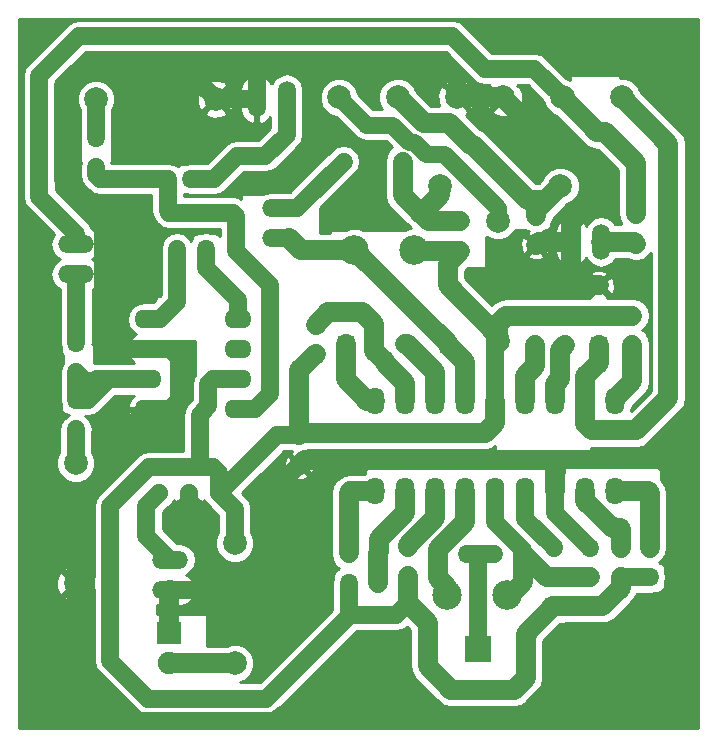
<source format=gbr>
G04 #@! TF.FileFunction,Copper,L2,Bot,Signal*
%FSLAX46Y46*%
G04 Gerber Fmt 4.6, Leading zero omitted, Abs format (unit mm)*
G04 Created by KiCad (PCBNEW 4.0.2-stable) date Сб 01 окт 2016 22:47:06*
%MOMM*%
G01*
G04 APERTURE LIST*
%ADD10C,0.100000*%
%ADD11R,1.300000X1.300000*%
%ADD12C,1.300000*%
%ADD13O,3.014980X1.506220*%
%ADD14O,1.506220X3.014980*%
%ADD15C,1.998980*%
%ADD16R,1.400000X1.400000*%
%ADD17C,1.400000*%
%ADD18O,1.600000X2.300000*%
%ADD19R,2.000000X1.900000*%
%ADD20C,1.900000*%
%ADD21C,2.499360*%
%ADD22R,2.235200X2.235200*%
%ADD23O,2.300000X1.600000*%
%ADD24C,1.524000*%
%ADD25C,1.700000*%
%ADD26C,1.000000*%
%ADD27C,1.500000*%
%ADD28C,1.400000*%
%ADD29C,0.250000*%
%ADD30C,0.254000*%
G04 APERTURE END LIST*
D10*
D11*
X134772400Y-155448000D03*
D12*
X134772400Y-152948000D03*
D11*
X132334000Y-155448000D03*
D12*
X132334000Y-152948000D03*
D11*
X129692400Y-152958800D03*
D12*
X129692400Y-155458800D03*
D11*
X133299200Y-135788400D03*
D12*
X133299200Y-133288400D03*
D11*
X124079000Y-153479500D03*
D12*
X121579000Y-153479500D03*
D11*
X127609600Y-135813800D03*
D12*
X127609600Y-133313800D03*
D11*
X119316500Y-153479500D03*
D12*
X116816500Y-153479500D03*
D11*
X125069600Y-135813800D03*
D12*
X125069600Y-133313800D03*
D11*
X133604000Y-124714000D03*
D12*
X133604000Y-127214000D03*
D11*
X114300000Y-155346400D03*
D12*
X114300000Y-152846400D03*
D11*
X109270800Y-155956000D03*
D12*
X111770800Y-155956000D03*
D11*
X109270800Y-153416000D03*
D12*
X111770800Y-153416000D03*
D11*
X106476800Y-134061200D03*
D12*
X106476800Y-136561200D03*
D11*
X118719600Y-127812800D03*
D12*
X118719600Y-125312800D03*
D11*
X125120400Y-124815600D03*
D12*
X125120400Y-127315600D03*
D11*
X113842800Y-120243600D03*
D12*
X108842800Y-120243600D03*
D13*
X94170500Y-156502100D03*
X94170500Y-153962100D03*
D14*
X130657600Y-127050800D03*
X128117600Y-127050800D03*
D13*
X103479600Y-124206000D03*
X103479600Y-126746000D03*
D15*
X127203200Y-122326400D03*
X117043200Y-122326400D03*
X121920000Y-135445500D03*
X121920000Y-125285500D03*
D16*
X117652800Y-135737600D03*
D17*
X117652800Y-130737600D03*
D18*
X131826000Y-140525500D03*
X129286000Y-140525500D03*
X126746000Y-140525500D03*
X124206000Y-140525500D03*
X121666000Y-140525500D03*
X119126000Y-140525500D03*
X116586000Y-140525500D03*
X114046000Y-140525500D03*
X111506000Y-140525500D03*
X111506000Y-148145500D03*
X114046000Y-148145500D03*
X116586000Y-148145500D03*
X119126000Y-148145500D03*
X121666000Y-148145500D03*
X124206000Y-148145500D03*
X126746000Y-148145500D03*
X129286000Y-148145500D03*
X131826000Y-148145500D03*
D19*
X94107000Y-160185100D03*
D20*
X94107000Y-162725100D03*
D15*
X99631500Y-152565100D03*
X99631500Y-162725100D03*
D11*
X105105200Y-143408400D03*
D12*
X105105200Y-145908400D03*
D21*
X117642640Y-156972000D03*
X122641360Y-156972000D03*
X114767360Y-127762000D03*
X109768640Y-127762000D03*
D15*
X132394960Y-114808000D03*
X127393700Y-114808000D03*
X127378460Y-114820700D03*
X122377200Y-114820700D03*
X108447840Y-114808000D03*
X113449100Y-114808000D03*
X113426240Y-114808000D03*
X118427500Y-114808000D03*
D16*
X126593600Y-157886400D03*
D17*
X126593600Y-152886400D03*
D16*
X130454400Y-135737600D03*
D17*
X130454400Y-130737600D03*
D16*
X109016800Y-135686800D03*
D17*
X114016800Y-135686800D03*
D22*
X120192800Y-161493200D03*
D11*
X97231200Y-127609600D03*
D12*
X94731200Y-127609600D03*
D11*
X87884000Y-118211600D03*
D12*
X87884000Y-120711600D03*
D14*
X104038400Y-114960400D03*
X101498400Y-114960400D03*
D15*
X87884000Y-114960400D03*
X98044000Y-114960400D03*
D23*
X92303600Y-133604000D03*
X92303600Y-136144000D03*
X92303600Y-138684000D03*
X92303600Y-141224000D03*
X99923600Y-141224000D03*
X99923600Y-138684000D03*
X99923600Y-136144000D03*
X99923600Y-133604000D03*
D24*
X95758000Y-148310600D03*
X98298000Y-148310600D03*
X93218000Y-148310600D03*
D11*
X95961200Y-121716800D03*
D12*
X93961200Y-121716800D03*
D11*
X86207600Y-135585200D03*
D12*
X86207600Y-138085200D03*
D11*
X86207600Y-140411200D03*
D12*
X86207600Y-142911200D03*
D15*
X86156800Y-145796000D03*
X86156800Y-155956000D03*
D13*
X86207600Y-127254000D03*
X86207600Y-129794000D03*
D25*
X131826000Y-148145500D02*
X134581900Y-148145500D01*
X134772400Y-148336000D02*
X134772400Y-152948000D01*
X134581900Y-148145500D02*
X134772400Y-148336000D01*
X129286000Y-148145500D02*
X129286000Y-148945600D01*
X129286000Y-148945600D02*
X131622800Y-151282400D01*
X131622800Y-151282400D02*
X132232400Y-151282400D01*
X132232400Y-151282400D02*
X132334000Y-151384000D01*
X132334000Y-151384000D02*
X132334000Y-152948000D01*
X124079000Y-153479500D02*
X126058300Y-155458800D01*
X126058300Y-155458800D02*
X129692400Y-155458800D01*
X122641360Y-156972000D02*
X122986800Y-156972000D01*
X122986800Y-156972000D02*
X124079000Y-155879800D01*
X124079000Y-155879800D02*
X124079000Y-153479500D01*
D26*
X122986800Y-156972000D02*
X124079000Y-155879800D01*
D27*
X124079000Y-153479500D02*
X124079000Y-153136600D01*
X124079000Y-153136600D02*
X121666000Y-150723600D01*
X121666000Y-150723600D02*
X121666000Y-148145500D01*
D26*
X126593600Y-152886400D02*
X126593600Y-152857200D01*
X126593600Y-152857200D02*
X124206000Y-150469600D01*
X124206000Y-150469600D02*
X124206000Y-148145500D01*
D27*
X126644400Y-152948000D02*
X126644400Y-152908000D01*
X126644400Y-152908000D02*
X124206000Y-150469600D01*
X124206000Y-150469600D02*
X124206000Y-148145500D01*
D25*
X129286000Y-140525500D02*
X129286000Y-138430000D01*
X130454400Y-137261600D02*
X130454400Y-135737600D01*
X129286000Y-138430000D02*
X130454400Y-137261600D01*
X129844800Y-143002000D02*
X133604000Y-143002000D01*
X129286000Y-140525500D02*
X129286000Y-142443200D01*
X129286000Y-142443200D02*
X129844800Y-143002000D01*
X133604000Y-143002000D02*
X136347200Y-140258800D01*
X136347200Y-140258800D02*
X136347200Y-118760240D01*
X136347200Y-118760240D02*
X132394960Y-114808000D01*
D26*
X133604000Y-143002000D02*
X136347200Y-140258800D01*
X129286000Y-142443200D02*
X129844800Y-143002000D01*
D25*
X131826000Y-140525500D02*
X131826000Y-140309600D01*
X131826000Y-140309600D02*
X133299200Y-138836400D01*
X133299200Y-138836400D02*
X133299200Y-135788400D01*
D27*
X120192800Y-161493200D02*
X120192800Y-153682700D01*
X120192800Y-153682700D02*
X120396000Y-153479500D01*
X121579000Y-153479500D02*
X120396000Y-153479500D01*
X120396000Y-153479500D02*
X119316500Y-153479500D01*
D25*
X126746000Y-140525500D02*
X126746000Y-139090400D01*
X127203200Y-138633200D02*
X127203200Y-136220200D01*
X126746000Y-139090400D02*
X127203200Y-138633200D01*
X127203200Y-136220200D02*
X127609600Y-135813800D01*
X116816500Y-153479500D02*
X116816500Y-153083900D01*
X116816500Y-153083900D02*
X119126000Y-150774400D01*
X119126000Y-150774400D02*
X119126000Y-148145500D01*
X116816500Y-153479500D02*
X116816500Y-155475300D01*
X116816500Y-155475300D02*
X117642640Y-156301440D01*
X117642640Y-156301440D02*
X117642640Y-156972000D01*
D26*
X117642640Y-156972000D02*
X117642640Y-156301440D01*
X117642640Y-156301440D02*
X116816500Y-155475300D01*
D25*
X124206000Y-140525500D02*
X124206000Y-138379200D01*
X125069600Y-137515600D02*
X125069600Y-135813800D01*
X124206000Y-138379200D02*
X125069600Y-137515600D01*
D27*
X86207600Y-127254000D02*
X86207600Y-126339600D01*
X125006100Y-112420400D02*
X127393700Y-114808000D01*
X120853200Y-112420400D02*
X125006100Y-112420400D01*
X118059200Y-109626400D02*
X120853200Y-112420400D01*
X86427170Y-109626400D02*
X118059200Y-109626400D01*
X83089998Y-112963572D02*
X86427170Y-109626400D01*
X83089998Y-123221998D02*
X83089998Y-112963572D01*
X86207600Y-126339600D02*
X83089998Y-123221998D01*
X127393700Y-114808000D02*
X127254000Y-114808000D01*
X127393700Y-114808000D02*
X127304800Y-114808000D01*
D25*
X133604000Y-124714000D02*
X133604000Y-120345200D01*
X130340100Y-117754400D02*
X127393700Y-114808000D01*
X131013200Y-117754400D02*
X130340100Y-117754400D01*
X133604000Y-120345200D02*
X131013200Y-117754400D01*
X130657600Y-127050800D02*
X133440800Y-127050800D01*
X133440800Y-127050800D02*
X133604000Y-127214000D01*
D26*
X133440800Y-127050800D02*
X133604000Y-127214000D01*
D25*
X114300000Y-152846400D02*
X114300000Y-152704800D01*
X114300000Y-152704800D02*
X116586000Y-150418800D01*
X116586000Y-150418800D02*
X116586000Y-148145500D01*
D26*
X114300000Y-152846400D02*
X114300000Y-152806400D01*
D25*
X111770800Y-155956000D02*
X111770800Y-153416000D01*
X111770800Y-153416000D02*
X111861600Y-153325200D01*
X111861600Y-153325200D02*
X111861600Y-152196800D01*
X111861600Y-152196800D02*
X114046000Y-150012400D01*
X114046000Y-150012400D02*
X114046000Y-148145500D01*
X111506000Y-140525500D02*
X110858300Y-140525500D01*
X110858300Y-140525500D02*
X109016800Y-138684000D01*
X109016800Y-138684000D02*
X109016800Y-135686800D01*
X116586000Y-140525500D02*
X116586000Y-138023600D01*
X116586000Y-138023600D02*
X114249200Y-135686800D01*
X114249200Y-135686800D02*
X114016800Y-135686800D01*
X111506000Y-148145500D02*
X109410500Y-148145500D01*
X109270800Y-148285200D02*
X109270800Y-153416000D01*
X109410500Y-148145500D02*
X109270800Y-148285200D01*
X114046000Y-140525500D02*
X114046000Y-138988800D01*
X107543600Y-132994400D02*
X106476800Y-134061200D01*
X110439200Y-132994400D02*
X107543600Y-132994400D01*
X111455200Y-134010400D02*
X110439200Y-132994400D01*
X111455200Y-136296400D02*
X111455200Y-134010400D01*
X112318800Y-137160000D02*
X111455200Y-136296400D01*
X112318800Y-137261600D02*
X112318800Y-137160000D01*
X114046000Y-138988800D02*
X112318800Y-137261600D01*
D26*
X114046000Y-140525500D02*
X114046000Y-140004800D01*
D25*
X117043200Y-122326400D02*
X117043200Y-123037600D01*
X117043200Y-123037600D02*
X115417600Y-124663200D01*
X118719600Y-125312800D02*
X116067200Y-125312800D01*
X113842800Y-123088400D02*
X113842800Y-120243600D01*
X116067200Y-125312800D02*
X115417600Y-124663200D01*
X115417600Y-124663200D02*
X113842800Y-123088400D01*
X126009400Y-123520200D02*
X124485400Y-123520200D01*
X115633500Y-116992400D02*
X113449100Y-114808000D01*
X117805200Y-116992400D02*
X115633500Y-116992400D01*
X119634000Y-118821200D02*
X117805200Y-116992400D01*
X119786400Y-118821200D02*
X119634000Y-118821200D01*
X124485400Y-123520200D02*
X119786400Y-118821200D01*
X125120400Y-124815600D02*
X125120400Y-124409200D01*
X125120400Y-124409200D02*
X126009400Y-123520200D01*
X126009400Y-123520200D02*
X127203200Y-122326400D01*
D26*
X113449100Y-114808000D02*
X113449100Y-114922300D01*
D27*
X103479600Y-124206000D02*
X104880400Y-124206000D01*
X104880400Y-124206000D02*
X105410000Y-123676400D01*
X105410000Y-123676400D02*
X105410000Y-123647200D01*
X105410000Y-123647200D02*
X105410000Y-123676400D01*
X104241600Y-124206000D02*
X104880400Y-124206000D01*
X104880400Y-124206000D02*
X105410000Y-123676400D01*
X105410000Y-123676400D02*
X108842800Y-120243600D01*
X103479600Y-126746000D02*
X104241600Y-126746000D01*
X104241600Y-126746000D02*
X105257600Y-127762000D01*
D25*
X109768640Y-127762000D02*
X105257600Y-127762000D01*
X105257600Y-127762000D02*
X104241600Y-126746000D01*
X117652800Y-135737600D02*
X117652800Y-135646160D01*
X117652800Y-135646160D02*
X109768640Y-127762000D01*
X119126000Y-140525500D02*
X119126000Y-137210800D01*
X119126000Y-137210800D02*
X117652800Y-135737600D01*
D28*
X121920000Y-125285500D02*
X121920000Y-124155200D01*
X110784640Y-117144800D02*
X108447840Y-114808000D01*
X112979200Y-117144800D02*
X110784640Y-117144800D01*
X114401600Y-118567200D02*
X112979200Y-117144800D01*
X114808000Y-118567200D02*
X114401600Y-118567200D01*
X115824000Y-119583200D02*
X114808000Y-118567200D01*
X117348000Y-119583200D02*
X115824000Y-119583200D01*
X121920000Y-124155200D02*
X117348000Y-119583200D01*
D26*
X108447840Y-114808000D02*
X108447840Y-115001040D01*
D25*
X94107000Y-162725100D02*
X99631500Y-162725100D01*
D27*
X96672400Y-146100800D02*
X96672400Y-141681200D01*
X97790000Y-138684000D02*
X99923600Y-138684000D01*
X97383600Y-139090400D02*
X97790000Y-138684000D01*
X97383600Y-140970000D02*
X97383600Y-139090400D01*
X96672400Y-141681200D02*
X97383600Y-140970000D01*
X102311200Y-165709600D02*
X109270800Y-158750000D01*
X92303600Y-165709600D02*
X102311200Y-165709600D01*
X89103200Y-162509200D02*
X92303600Y-165709600D01*
X89103200Y-149402800D02*
X89103200Y-162509200D01*
X98298000Y-148310600D02*
X98323400Y-148310600D01*
X98323400Y-148310600D02*
X103225600Y-143408400D01*
X103225600Y-143408400D02*
X105105200Y-143408400D01*
X98298000Y-148310600D02*
X98298000Y-146608800D01*
X98298000Y-146608800D02*
X97790000Y-146100800D01*
X92405200Y-146100800D02*
X89103200Y-149402800D01*
X97790000Y-146100800D02*
X96672400Y-146100800D01*
X96672400Y-146100800D02*
X96316800Y-146100800D01*
X96316800Y-146100800D02*
X93522800Y-146100800D01*
X93522800Y-146100800D02*
X92405200Y-146100800D01*
X109270800Y-155956000D02*
X109270800Y-158750000D01*
X113284000Y-158648400D02*
X114300000Y-157632400D01*
X109372400Y-158648400D02*
X113284000Y-158648400D01*
X109270800Y-158750000D02*
X109372400Y-158648400D01*
X99631500Y-152565100D02*
X99631500Y-149644100D01*
X99631500Y-149644100D02*
X98298000Y-148310600D01*
D25*
X105016300Y-143319500D02*
X105105200Y-143408400D01*
X126593600Y-157886400D02*
X130759200Y-157886400D01*
X132334000Y-156311600D02*
X132334000Y-155448000D01*
X130759200Y-157886400D02*
X132334000Y-156311600D01*
X114300000Y-155346400D02*
X114300000Y-157632400D01*
X124256800Y-160223200D02*
X126593600Y-157886400D01*
X124256800Y-163982400D02*
X124256800Y-160223200D01*
X123291600Y-164947600D02*
X124256800Y-163982400D01*
X117957600Y-164947600D02*
X123291600Y-164947600D01*
X115976400Y-162966400D02*
X117957600Y-164947600D01*
X115976400Y-159308800D02*
X115976400Y-162966400D01*
X114300000Y-157632400D02*
X115976400Y-159308800D01*
X118719600Y-127812800D02*
X114818160Y-127812800D01*
X114818160Y-127812800D02*
X114767360Y-127762000D01*
X117652800Y-130737600D02*
X117652800Y-128879600D01*
X117652800Y-128879600D02*
X118719600Y-127812800D01*
X121920000Y-135445500D02*
X121920000Y-135004800D01*
X121920000Y-135004800D02*
X117652800Y-130737600D01*
X121920000Y-135445500D02*
X121920000Y-133959600D01*
X122565800Y-133313800D02*
X125069600Y-133313800D01*
X121920000Y-133959600D02*
X122565800Y-133313800D01*
X133299200Y-133288400D02*
X127635000Y-133288400D01*
X127635000Y-133288400D02*
X127609600Y-133313800D01*
X127609600Y-133313800D02*
X125069600Y-133313800D01*
X105105200Y-143408400D02*
X105105200Y-137932800D01*
X105105200Y-137932800D02*
X106476800Y-136561200D01*
X121666000Y-140525500D02*
X121666000Y-142341600D01*
X120802400Y-143205200D02*
X105308400Y-143205200D01*
X121666000Y-142341600D02*
X120802400Y-143205200D01*
X105308400Y-143205200D02*
X105105200Y-143408400D01*
D27*
X121666000Y-140525500D02*
X121666000Y-135699500D01*
X121666000Y-135699500D02*
X121920000Y-135445500D01*
D26*
X133273800Y-133313800D02*
X133299200Y-133288400D01*
X121666000Y-135699500D02*
X121920000Y-135445500D01*
D27*
X132334000Y-155448000D02*
X134772400Y-155448000D01*
D29*
X132334000Y-155448000D02*
X132334000Y-155498800D01*
D27*
X86156800Y-155956000D02*
X86156800Y-151485600D01*
X86156800Y-151485600D02*
X87020400Y-150622000D01*
X86156800Y-155956000D02*
X86156800Y-158902400D01*
X86156800Y-158902400D02*
X87020400Y-159766000D01*
X90728800Y-142798800D02*
X92303600Y-141224000D01*
X90728800Y-143256000D02*
X92100400Y-143256000D01*
X92100400Y-143256000D02*
X94132400Y-141224000D01*
X90728800Y-143256000D02*
X90728800Y-142798800D01*
X90728800Y-143256000D02*
X90728800Y-144932400D01*
X87020400Y-148640800D02*
X90728800Y-144932400D01*
X87020400Y-150622000D02*
X87020400Y-148640800D01*
X92303600Y-136144000D02*
X90373200Y-136144000D01*
X95199200Y-112115600D02*
X98044000Y-114960400D01*
X86766400Y-112115600D02*
X95199200Y-112115600D01*
X85090000Y-113792000D02*
X86766400Y-112115600D01*
X85090000Y-121818400D02*
X85090000Y-113792000D01*
X88442800Y-125171200D02*
X85090000Y-121818400D01*
X92303600Y-141224000D02*
X94132400Y-141224000D01*
X94132400Y-141224000D02*
X94183200Y-141224000D01*
X94183200Y-141224000D02*
X94894400Y-140512800D01*
X94894400Y-140512800D02*
X94894400Y-136906000D01*
X94894400Y-136906000D02*
X94132400Y-136144000D01*
X94132400Y-136144000D02*
X92303600Y-136144000D01*
X126492000Y-145491200D02*
X135737600Y-145491200D01*
X135737600Y-145491200D02*
X137210800Y-146964400D01*
X137210800Y-146964400D02*
X137210800Y-156616400D01*
X137210800Y-156616400D02*
X136245600Y-157581600D01*
X136245600Y-157581600D02*
X134366000Y-157581600D01*
X134366000Y-157581600D02*
X131927600Y-160020000D01*
X131927600Y-160020000D02*
X127863600Y-160020000D01*
X127863600Y-160020000D02*
X126441200Y-161442400D01*
X126441200Y-161442400D02*
X126441200Y-164846000D01*
X126441200Y-164846000D02*
X124206000Y-167081200D01*
X124206000Y-167081200D02*
X103632000Y-167081200D01*
X103632000Y-167081200D02*
X103073200Y-167640000D01*
X103073200Y-167640000D02*
X91338400Y-167640000D01*
X91338400Y-167640000D02*
X87020400Y-163322000D01*
X87020400Y-163322000D02*
X87020400Y-159766000D01*
X87020400Y-159766000D02*
X87020400Y-150622000D01*
X118427500Y-114808000D02*
X118427500Y-113093500D01*
X116992400Y-111658400D02*
X101498400Y-111658400D01*
X118427500Y-113093500D02*
X116992400Y-111658400D01*
X101498400Y-111658400D02*
X101498400Y-114960400D01*
X101498400Y-114960400D02*
X98044000Y-114960400D01*
X97180400Y-156502100D02*
X97180400Y-152501600D01*
X95758000Y-151079200D02*
X95758000Y-148310600D01*
X97180400Y-152501600D02*
X95758000Y-151079200D01*
X102260400Y-156502100D02*
X102260400Y-148753200D01*
X103757100Y-147256500D02*
X105105200Y-145908400D01*
X102260400Y-148753200D02*
X103757100Y-147256500D01*
D25*
X94107000Y-160185100D02*
X94107000Y-156565600D01*
X94107000Y-156565600D02*
X94170500Y-156502100D01*
X128117600Y-127050800D02*
X125385200Y-127050800D01*
X125385200Y-127050800D02*
X125120400Y-127315600D01*
X130454400Y-130737600D02*
X129162800Y-130737600D01*
X128117600Y-129692400D02*
X128117600Y-127050800D01*
X129162800Y-130737600D02*
X128117600Y-129692400D01*
X129641600Y-121107200D02*
X129641600Y-120853200D01*
X125006100Y-117449600D02*
X122377200Y-114820700D01*
X126238000Y-117449600D02*
X125006100Y-117449600D01*
X129641600Y-120853200D02*
X126238000Y-117449600D01*
X128117600Y-127050800D02*
X128117600Y-125323600D01*
X128117600Y-125323600D02*
X129641600Y-123799600D01*
X129641600Y-123799600D02*
X129641600Y-121107200D01*
X118427500Y-114808000D02*
X120192800Y-114808000D01*
X120192800Y-114808000D02*
X122364500Y-114808000D01*
X122364500Y-114808000D02*
X122377200Y-114820700D01*
X122364500Y-114808000D02*
X122377200Y-114820700D01*
X105105200Y-145908400D02*
X105145200Y-145908400D01*
X105145200Y-145908400D02*
X105562400Y-145491200D01*
X105562400Y-145491200D02*
X126492000Y-145491200D01*
X126492000Y-145491200D02*
X126542800Y-145491200D01*
X126542800Y-145491200D02*
X126644400Y-145491200D01*
X126644400Y-145491200D02*
X126746000Y-145592800D01*
X126746000Y-145592800D02*
X126746000Y-148145500D01*
D27*
X94170500Y-160121600D02*
X94107000Y-160185100D01*
X94107000Y-156565600D02*
X94170500Y-156502100D01*
X97193100Y-156502100D02*
X97180400Y-156502100D01*
X97180400Y-156502100D02*
X94170500Y-156502100D01*
X102260400Y-156502100D02*
X97193100Y-156502100D01*
D26*
X129641600Y-121107200D02*
X129641600Y-123799600D01*
X125414400Y-127315600D02*
X125120400Y-127315600D01*
X94107000Y-156565600D02*
X94170500Y-156502100D01*
X122364500Y-114808000D02*
X122377200Y-114820700D01*
X125385200Y-127050800D02*
X125120400Y-127315600D01*
D27*
X126746000Y-148145500D02*
X126746000Y-150012400D01*
X126746000Y-150012400D02*
X129692400Y-152958800D01*
X88442800Y-134213600D02*
X88442800Y-125171200D01*
X90373200Y-136144000D02*
X88442800Y-134213600D01*
X92151200Y-151942800D02*
X92151200Y-149377400D01*
D26*
X92151200Y-151942800D02*
X92151200Y-149377400D01*
D27*
X94170500Y-153962100D02*
X92151200Y-151942800D01*
X92151200Y-149377400D02*
X93218000Y-148310600D01*
D26*
X92151200Y-149377400D02*
X93218000Y-148310600D01*
X94170500Y-153962100D02*
X93764100Y-153962100D01*
D27*
X88798400Y-138836400D02*
X86958800Y-138836400D01*
X86958800Y-138836400D02*
X86207600Y-138085200D01*
X86207600Y-140411200D02*
X87223600Y-140411200D01*
X87223600Y-140411200D02*
X88798400Y-138836400D01*
X88798400Y-138836400D02*
X88950800Y-138684000D01*
X86207600Y-140411200D02*
X86207600Y-138085200D01*
X92303600Y-138684000D02*
X88950800Y-138684000D01*
X88950800Y-138684000D02*
X88014800Y-138684000D01*
X88014800Y-138684000D02*
X87985600Y-138654800D01*
X99923600Y-133604000D02*
X99923600Y-131978400D01*
X97231200Y-129286000D02*
X97231200Y-127609600D01*
X99923600Y-131978400D02*
X97231200Y-129286000D01*
X92303600Y-133604000D02*
X93268800Y-133604000D01*
X93268800Y-133604000D02*
X94731200Y-132141600D01*
X94731200Y-132141600D02*
X94731200Y-127609600D01*
X87884000Y-118211600D02*
X87884000Y-114960400D01*
X99923600Y-141224000D02*
X101346000Y-141224000D01*
X93961200Y-124441200D02*
X93961200Y-121716800D01*
X94081600Y-124561600D02*
X93961200Y-124441200D01*
X99466400Y-124561600D02*
X94081600Y-124561600D01*
X99771200Y-124866400D02*
X99466400Y-124561600D01*
X99771200Y-127812800D02*
X99771200Y-124866400D01*
X102616000Y-130657600D02*
X99771200Y-127812800D01*
X102616000Y-139954000D02*
X102616000Y-130657600D01*
X101346000Y-141224000D02*
X102616000Y-139954000D01*
X87884000Y-120711600D02*
X87884000Y-121361200D01*
X87884000Y-121361200D02*
X88239600Y-121716800D01*
X88239600Y-121716800D02*
X93961200Y-121716800D01*
X95961200Y-121716800D02*
X97891600Y-121716800D01*
X104038400Y-117957600D02*
X104038400Y-114960400D01*
X102209600Y-119786400D02*
X104038400Y-117957600D01*
X99822000Y-119786400D02*
X102209600Y-119786400D01*
X97891600Y-121716800D02*
X99822000Y-119786400D01*
X86156800Y-145796000D02*
X86156800Y-142962000D01*
X86156800Y-142962000D02*
X86207600Y-142911200D01*
X86207600Y-135585200D02*
X86207600Y-129794000D01*
D30*
G36*
X138888400Y-168200000D02*
X81329600Y-168200000D01*
X81329600Y-157108163D01*
X85184243Y-157108163D01*
X85282842Y-157374965D01*
X85892382Y-157601401D01*
X86542177Y-157577341D01*
X87030758Y-157374965D01*
X87129357Y-157108163D01*
X86156800Y-156135605D01*
X85184243Y-157108163D01*
X81329600Y-157108163D01*
X81329600Y-155691582D01*
X84511399Y-155691582D01*
X84535459Y-156341377D01*
X84737835Y-156829958D01*
X85004637Y-156928557D01*
X85977195Y-155956000D01*
X85004637Y-154983443D01*
X84737835Y-155082042D01*
X84511399Y-155691582D01*
X81329600Y-155691582D01*
X81329600Y-154803837D01*
X85184243Y-154803837D01*
X86156800Y-155776395D01*
X87129357Y-154803837D01*
X87030758Y-154537035D01*
X86421218Y-154310599D01*
X85771423Y-154334659D01*
X85282842Y-154537035D01*
X85184243Y-154803837D01*
X81329600Y-154803837D01*
X81329600Y-112963572D01*
X81704998Y-112963572D01*
X81704998Y-123221998D01*
X81810425Y-123752015D01*
X82054599Y-124117447D01*
X82110655Y-124201341D01*
X84330396Y-126421082D01*
X84128800Y-126722793D01*
X84023136Y-127254000D01*
X84128800Y-127785207D01*
X84429704Y-128235542D01*
X84861412Y-128524000D01*
X84429704Y-128812458D01*
X84128800Y-129262793D01*
X84023136Y-129794000D01*
X84128800Y-130325207D01*
X84429704Y-130775542D01*
X84822600Y-131038067D01*
X84822600Y-135585200D01*
X84910160Y-136025394D01*
X84910160Y-136235200D01*
X84954438Y-136470517D01*
X85064600Y-136641714D01*
X85064600Y-137350787D01*
X84928027Y-137555183D01*
X84822600Y-138085200D01*
X84822600Y-140411200D01*
X84910160Y-140851394D01*
X84910160Y-141061200D01*
X84954438Y-141296517D01*
X85093510Y-141512641D01*
X85305710Y-141657631D01*
X85557600Y-141708640D01*
X85562326Y-141708640D01*
X85228257Y-141931857D01*
X85177457Y-141982657D01*
X84877227Y-142431983D01*
X84771800Y-142962000D01*
X84771800Y-144869298D01*
X84522594Y-145469453D01*
X84522026Y-146119694D01*
X84770338Y-146720655D01*
X85229727Y-147180846D01*
X85830253Y-147430206D01*
X86480494Y-147430774D01*
X87081455Y-147182462D01*
X87541646Y-146723073D01*
X87791006Y-146122547D01*
X87791574Y-145472306D01*
X87543262Y-144871345D01*
X87541800Y-144869880D01*
X87541800Y-143166588D01*
X87592600Y-142911200D01*
X87487173Y-142381184D01*
X87186943Y-141931857D01*
X86983917Y-141796200D01*
X87223600Y-141796200D01*
X87753617Y-141690773D01*
X87929818Y-141573039D01*
X90561696Y-141573039D01*
X90579233Y-141655819D01*
X90849100Y-142148896D01*
X91287117Y-142501166D01*
X91826600Y-142659000D01*
X92176600Y-142659000D01*
X92176600Y-141351000D01*
X92430600Y-141351000D01*
X92430600Y-142659000D01*
X92780600Y-142659000D01*
X93320083Y-142501166D01*
X93758100Y-142148896D01*
X94027967Y-141655819D01*
X94045504Y-141573039D01*
X93923515Y-141351000D01*
X92430600Y-141351000D01*
X92176600Y-141351000D01*
X90683685Y-141351000D01*
X90561696Y-141573039D01*
X87929818Y-141573039D01*
X88202943Y-141390543D01*
X89524486Y-140069000D01*
X91135214Y-140069000D01*
X90849100Y-140299104D01*
X90579233Y-140792181D01*
X90561696Y-140874961D01*
X90683685Y-141097000D01*
X92176600Y-141097000D01*
X92176600Y-141077000D01*
X92430600Y-141077000D01*
X92430600Y-141097000D01*
X93923515Y-141097000D01*
X94045504Y-140874961D01*
X94027967Y-140792181D01*
X93916764Y-140589000D01*
X94081600Y-140589000D01*
X94127759Y-140580315D01*
X94170153Y-140553035D01*
X94198594Y-140511410D01*
X94208600Y-140462000D01*
X94208600Y-136906000D01*
X94199915Y-136859841D01*
X94172635Y-136817447D01*
X94131010Y-136789006D01*
X94081600Y-136779000D01*
X93916764Y-136779000D01*
X94027967Y-136575819D01*
X94045504Y-136493039D01*
X93923515Y-136271000D01*
X92430600Y-136271000D01*
X92430600Y-136291000D01*
X92176600Y-136291000D01*
X92176600Y-136271000D01*
X90683685Y-136271000D01*
X90561696Y-136493039D01*
X90579233Y-136575819D01*
X90849100Y-137068896D01*
X91135214Y-137299000D01*
X88132398Y-137299000D01*
X87985600Y-137269800D01*
X87706200Y-137325376D01*
X87706200Y-135839200D01*
X87697515Y-135793041D01*
X87670235Y-135750647D01*
X87628610Y-135722206D01*
X87579200Y-135712200D01*
X87567338Y-135712200D01*
X87592600Y-135585200D01*
X87592600Y-131038067D01*
X87985496Y-130775542D01*
X88286400Y-130325207D01*
X88392064Y-129794000D01*
X88286400Y-129262793D01*
X87985496Y-128812458D01*
X87553788Y-128524000D01*
X87985496Y-128235542D01*
X88286400Y-127785207D01*
X88392064Y-127254000D01*
X88286400Y-126722793D01*
X87985496Y-126272458D01*
X87535161Y-125971554D01*
X87518741Y-125968288D01*
X87487173Y-125809583D01*
X87186943Y-125360257D01*
X84474998Y-122648312D01*
X84474998Y-113537258D01*
X87000856Y-111011400D01*
X117485514Y-111011400D01*
X119873857Y-113399743D01*
X120323184Y-113699974D01*
X120853200Y-113805400D01*
X121182292Y-113805400D01*
X121225036Y-113848144D01*
X120958235Y-113946742D01*
X120731799Y-114556282D01*
X120755859Y-115206077D01*
X120958235Y-115694658D01*
X121225037Y-115793257D01*
X122197595Y-114820700D01*
X122183452Y-114806558D01*
X122363058Y-114626952D01*
X122377200Y-114641095D01*
X122391342Y-114626952D01*
X122570948Y-114806558D01*
X122556805Y-114820700D01*
X123529363Y-115793257D01*
X123796165Y-115694658D01*
X124022601Y-115085118D01*
X123998541Y-114435323D01*
X123796165Y-113946742D01*
X123529364Y-113848144D01*
X123572108Y-113805400D01*
X124432414Y-113805400D01*
X125743710Y-115116696D01*
X125743686Y-115144394D01*
X125991998Y-115745355D01*
X126451387Y-116205546D01*
X126861383Y-116375791D01*
X129290044Y-118804451D01*
X129290046Y-118804454D01*
X129578465Y-118997169D01*
X129771815Y-119126361D01*
X130340100Y-119239401D01*
X130340105Y-119239400D01*
X130398092Y-119239400D01*
X132119000Y-120960307D01*
X132119000Y-124714000D01*
X132232039Y-125282285D01*
X132314369Y-125405501D01*
X132344531Y-125565800D01*
X131834849Y-125565800D01*
X131639142Y-125272904D01*
X131188807Y-124972000D01*
X130657600Y-124866336D01*
X130126393Y-124972000D01*
X129676058Y-125272904D01*
X129375154Y-125723239D01*
X129374584Y-125726106D01*
X129351446Y-125647881D01*
X129009340Y-125225076D01*
X128531475Y-124965373D01*
X128459274Y-124951017D01*
X128244600Y-125073638D01*
X128244600Y-126923800D01*
X128264600Y-126923800D01*
X128264600Y-127177800D01*
X128244600Y-127177800D01*
X128244600Y-129027962D01*
X128459274Y-129150583D01*
X128531475Y-129136227D01*
X129009340Y-128876524D01*
X129351446Y-128453719D01*
X129374584Y-128375494D01*
X129375154Y-128378361D01*
X129676058Y-128828696D01*
X130126393Y-129129600D01*
X130657600Y-129235264D01*
X131188807Y-129129600D01*
X131639142Y-128828696D01*
X131834849Y-128535800D01*
X132960644Y-128535800D01*
X133035715Y-128585961D01*
X133604000Y-128699001D01*
X134172285Y-128585961D01*
X134654054Y-128264054D01*
X134862200Y-127952541D01*
X134862200Y-139643693D01*
X133177962Y-141327930D01*
X133245050Y-140990658D01*
X134349251Y-139886456D01*
X134349254Y-139886454D01*
X134671161Y-139404685D01*
X134784200Y-138836400D01*
X134784200Y-135788400D01*
X134671161Y-135220115D01*
X134588831Y-135096899D01*
X134552362Y-134903083D01*
X134413290Y-134686959D01*
X134201090Y-134541969D01*
X134081052Y-134517661D01*
X134349254Y-134338454D01*
X134671161Y-133856685D01*
X134784200Y-133288400D01*
X134671161Y-132720115D01*
X134349254Y-132238346D01*
X133867485Y-131916439D01*
X133299200Y-131803400D01*
X131175834Y-131803400D01*
X131210069Y-131672875D01*
X130454400Y-130917205D01*
X129698731Y-131672875D01*
X129732966Y-131803400D01*
X127635005Y-131803400D01*
X127635000Y-131803399D01*
X127507302Y-131828800D01*
X122565805Y-131828800D01*
X122565800Y-131828799D01*
X121997515Y-131941839D01*
X121515746Y-132263746D01*
X121515744Y-132263749D01*
X121397400Y-132382093D01*
X119560030Y-130544722D01*
X129106981Y-130544722D01*
X129135736Y-131075040D01*
X129283358Y-131431431D01*
X129519125Y-131493269D01*
X130274795Y-130737600D01*
X130634005Y-130737600D01*
X131389675Y-131493269D01*
X131625442Y-131431431D01*
X131801819Y-130930478D01*
X131773064Y-130400160D01*
X131625442Y-130043769D01*
X131389675Y-129981931D01*
X130634005Y-130737600D01*
X130274795Y-130737600D01*
X129519125Y-129981931D01*
X129283358Y-130043769D01*
X129106981Y-130544722D01*
X119560030Y-130544722D01*
X119137800Y-130122492D01*
X119137800Y-129802325D01*
X129698731Y-129802325D01*
X130454400Y-130557995D01*
X131210069Y-129802325D01*
X131148231Y-129566558D01*
X130647278Y-129390181D01*
X130116960Y-129418936D01*
X129760569Y-129566558D01*
X129698731Y-129802325D01*
X119137800Y-129802325D01*
X119137800Y-129494708D01*
X119371908Y-129260600D01*
X120802400Y-129260600D01*
X120848559Y-129251915D01*
X120890953Y-129224635D01*
X120919394Y-129183010D01*
X120929400Y-129133600D01*
X120929400Y-128214616D01*
X124400990Y-128214616D01*
X124456671Y-128445211D01*
X124939478Y-128613222D01*
X125449828Y-128583683D01*
X125784129Y-128445211D01*
X125839810Y-128214616D01*
X125120400Y-127495205D01*
X124400990Y-128214616D01*
X120929400Y-128214616D01*
X120929400Y-127134678D01*
X123822778Y-127134678D01*
X123852317Y-127645028D01*
X123990789Y-127979329D01*
X124221384Y-128035010D01*
X124940795Y-127315600D01*
X125300005Y-127315600D01*
X126019416Y-128035010D01*
X126250011Y-127979329D01*
X126418022Y-127496522D01*
X126399575Y-127177800D01*
X126729490Y-127177800D01*
X126729490Y-127932180D01*
X126883754Y-128453719D01*
X127225860Y-128876524D01*
X127703725Y-129136227D01*
X127775926Y-129150583D01*
X127990600Y-129027962D01*
X127990600Y-127177800D01*
X126729490Y-127177800D01*
X126399575Y-127177800D01*
X126388483Y-126986172D01*
X126250011Y-126651871D01*
X126019416Y-126596190D01*
X125300005Y-127315600D01*
X124940795Y-127315600D01*
X124221384Y-126596190D01*
X123990789Y-126651871D01*
X123822778Y-127134678D01*
X120929400Y-127134678D01*
X120929400Y-126606708D01*
X120992927Y-126670346D01*
X121593453Y-126919706D01*
X122243694Y-126920274D01*
X122844655Y-126671962D01*
X123304846Y-126212573D01*
X123368117Y-126060200D01*
X124215830Y-126060200D01*
X124218510Y-126062031D01*
X124427621Y-126104377D01*
X124514138Y-126162185D01*
X124456671Y-126185989D01*
X124400990Y-126416584D01*
X125120400Y-127135995D01*
X125839810Y-126416584D01*
X125784129Y-126185989D01*
X125736516Y-126169420D01*
X126729490Y-126169420D01*
X126729490Y-126923800D01*
X127990600Y-126923800D01*
X127990600Y-125073638D01*
X127775926Y-124951017D01*
X127703725Y-124965373D01*
X127225860Y-125225076D01*
X126883754Y-125647881D01*
X126729490Y-126169420D01*
X125736516Y-126169420D01*
X125722917Y-126164688D01*
X125811901Y-126105231D01*
X126005717Y-126068762D01*
X126221841Y-125929690D01*
X126366831Y-125717490D01*
X126409177Y-125508379D01*
X126492361Y-125383885D01*
X126553577Y-125076130D01*
X127059451Y-124570256D01*
X127059454Y-124570254D01*
X127768266Y-123861441D01*
X128127855Y-123712862D01*
X128588046Y-123253473D01*
X128837406Y-122652947D01*
X128837974Y-122002706D01*
X128589662Y-121401745D01*
X128130273Y-120941554D01*
X127529747Y-120692194D01*
X126879506Y-120691626D01*
X126278545Y-120939938D01*
X125818354Y-121399327D01*
X125667948Y-121761544D01*
X125394292Y-122035200D01*
X125100507Y-122035200D01*
X120836454Y-117771146D01*
X120377170Y-117464263D01*
X119187200Y-116274292D01*
X119301458Y-116226965D01*
X119395363Y-115972863D01*
X121404643Y-115972863D01*
X121503242Y-116239665D01*
X122112782Y-116466101D01*
X122762577Y-116442041D01*
X123251158Y-116239665D01*
X123349757Y-115972863D01*
X122377200Y-115000305D01*
X121404643Y-115972863D01*
X119395363Y-115972863D01*
X119400057Y-115960163D01*
X118427500Y-114987605D01*
X118413358Y-115001748D01*
X118233752Y-114822142D01*
X118247895Y-114808000D01*
X118607105Y-114808000D01*
X119579663Y-115780557D01*
X119846465Y-115681958D01*
X120072901Y-115072418D01*
X120048841Y-114422623D01*
X119846465Y-113934042D01*
X119579663Y-113835443D01*
X118607105Y-114808000D01*
X118247895Y-114808000D01*
X117275337Y-113835443D01*
X117008535Y-113934042D01*
X116782099Y-114543582D01*
X116806159Y-115193377D01*
X116936231Y-115507400D01*
X116248607Y-115507400D01*
X114984141Y-114242933D01*
X114835562Y-113883345D01*
X114608451Y-113655837D01*
X117454943Y-113655837D01*
X118427500Y-114628395D01*
X119400057Y-113655837D01*
X119301458Y-113389035D01*
X118691918Y-113162599D01*
X118042123Y-113186659D01*
X117553542Y-113389035D01*
X117454943Y-113655837D01*
X114608451Y-113655837D01*
X114376173Y-113423154D01*
X113775647Y-113173794D01*
X113125406Y-113173226D01*
X113125358Y-113173246D01*
X113102546Y-113173226D01*
X112501585Y-113421538D01*
X112041394Y-113880927D01*
X111792034Y-114481453D01*
X111791466Y-115131694D01*
X112039778Y-115732655D01*
X112116789Y-115809800D01*
X111337615Y-115809800D01*
X110082552Y-114554737D01*
X110082614Y-114484306D01*
X109834302Y-113883345D01*
X109374913Y-113423154D01*
X108774387Y-113173794D01*
X108124146Y-113173226D01*
X107523185Y-113421538D01*
X107062994Y-113880927D01*
X106813634Y-114481453D01*
X106813066Y-115131694D01*
X107061378Y-115732655D01*
X107520767Y-116192846D01*
X108121293Y-116442206D01*
X108194134Y-116442270D01*
X109840650Y-118088785D01*
X109840652Y-118088788D01*
X110079230Y-118248200D01*
X110273757Y-118378179D01*
X110784640Y-118479800D01*
X112426224Y-118479800D01*
X112944936Y-118998512D01*
X112741359Y-119129510D01*
X112596369Y-119341710D01*
X112554023Y-119550821D01*
X112470839Y-119675315D01*
X112357800Y-120243600D01*
X112357800Y-123088395D01*
X112357799Y-123088400D01*
X112470839Y-123656685D01*
X112792746Y-124138454D01*
X114367544Y-125713251D01*
X114367546Y-125713254D01*
X114531406Y-125877114D01*
X114394119Y-125876994D01*
X114073671Y-126009400D01*
X110462465Y-126009400D01*
X110145171Y-125877648D01*
X109395399Y-125876994D01*
X109074951Y-126009400D01*
X107797600Y-126009400D01*
X107751441Y-126018085D01*
X107709047Y-126045365D01*
X107680606Y-126086990D01*
X107670600Y-126136400D01*
X107670600Y-126277000D01*
X106857800Y-126277000D01*
X106857800Y-124187286D01*
X109822143Y-121222943D01*
X110122373Y-120773616D01*
X110227800Y-120243600D01*
X110122373Y-119713584D01*
X109822143Y-119264257D01*
X109372816Y-118964027D01*
X108842800Y-118858600D01*
X108312784Y-118964027D01*
X107863457Y-119264257D01*
X104518656Y-122609058D01*
X104430657Y-122667857D01*
X104371858Y-122755856D01*
X104306714Y-122821000D01*
X104291589Y-122821000D01*
X104275954Y-122817890D01*
X102683246Y-122817890D01*
X102152039Y-122923554D01*
X102019371Y-123012200D01*
X100279200Y-123012200D01*
X100233041Y-123020885D01*
X100190647Y-123048165D01*
X100162206Y-123089790D01*
X100152200Y-123139200D01*
X100152200Y-123386118D01*
X99996417Y-123282027D01*
X99466400Y-123176600D01*
X95346200Y-123176600D01*
X95346200Y-123014240D01*
X95521006Y-123014240D01*
X95961200Y-123101800D01*
X97891600Y-123101800D01*
X98421617Y-122996373D01*
X98870943Y-122696143D01*
X100395686Y-121171400D01*
X102209600Y-121171400D01*
X102739617Y-121065973D01*
X103188943Y-120765743D01*
X105017743Y-118936943D01*
X105317974Y-118487616D01*
X105423400Y-117957600D01*
X105423400Y-115772389D01*
X105426510Y-115756754D01*
X105426510Y-114164046D01*
X105320846Y-113632839D01*
X105019942Y-113182504D01*
X104569607Y-112881600D01*
X104038400Y-112775936D01*
X103507193Y-112881600D01*
X103056858Y-113182504D01*
X102755954Y-113632839D01*
X102755384Y-113635706D01*
X102732246Y-113557481D01*
X102390140Y-113134676D01*
X101912275Y-112874973D01*
X101840074Y-112860617D01*
X101625400Y-112983238D01*
X101625400Y-114833400D01*
X101645400Y-114833400D01*
X101645400Y-115087400D01*
X101625400Y-115087400D01*
X101625400Y-116937562D01*
X101840074Y-117060183D01*
X101912275Y-117045827D01*
X102390140Y-116786124D01*
X102653400Y-116460764D01*
X102653400Y-117383914D01*
X101635914Y-118401400D01*
X99822000Y-118401400D01*
X99291983Y-118506827D01*
X99093855Y-118639212D01*
X98842657Y-118807057D01*
X97317914Y-120331800D01*
X95961200Y-120331800D01*
X95521006Y-120419360D01*
X95311200Y-120419360D01*
X95075883Y-120463638D01*
X94859759Y-120602710D01*
X94821870Y-120658162D01*
X94491217Y-120437227D01*
X93961200Y-120331800D01*
X89193453Y-120331800D01*
X89184802Y-120288308D01*
X89191753Y-120283835D01*
X89220194Y-120242210D01*
X89230200Y-120192800D01*
X89230200Y-118406661D01*
X89269000Y-118211600D01*
X89269000Y-116112563D01*
X97071443Y-116112563D01*
X97170042Y-116379365D01*
X97779582Y-116605801D01*
X98429377Y-116581741D01*
X98917958Y-116379365D01*
X99016557Y-116112563D01*
X98044000Y-115140005D01*
X97071443Y-116112563D01*
X89269000Y-116112563D01*
X89269000Y-115887102D01*
X89518206Y-115286947D01*
X89518722Y-114695982D01*
X96398599Y-114695982D01*
X96422659Y-115345777D01*
X96625035Y-115834358D01*
X96891837Y-115932957D01*
X97864395Y-114960400D01*
X98223605Y-114960400D01*
X99196163Y-115932957D01*
X99462965Y-115834358D01*
X99689401Y-115224818D01*
X99684313Y-115087400D01*
X100110290Y-115087400D01*
X100110290Y-115841780D01*
X100264554Y-116363319D01*
X100606660Y-116786124D01*
X101084525Y-117045827D01*
X101156726Y-117060183D01*
X101371400Y-116937562D01*
X101371400Y-115087400D01*
X100110290Y-115087400D01*
X99684313Y-115087400D01*
X99665341Y-114575023D01*
X99462965Y-114086442D01*
X99442882Y-114079020D01*
X100110290Y-114079020D01*
X100110290Y-114833400D01*
X101371400Y-114833400D01*
X101371400Y-112983238D01*
X101156726Y-112860617D01*
X101084525Y-112874973D01*
X100606660Y-113134676D01*
X100264554Y-113557481D01*
X100110290Y-114079020D01*
X99442882Y-114079020D01*
X99196163Y-113987843D01*
X98223605Y-114960400D01*
X97864395Y-114960400D01*
X96891837Y-113987843D01*
X96625035Y-114086442D01*
X96398599Y-114695982D01*
X89518722Y-114695982D01*
X89518774Y-114636706D01*
X89270462Y-114035745D01*
X89043351Y-113808237D01*
X97071443Y-113808237D01*
X98044000Y-114780795D01*
X99016557Y-113808237D01*
X98917958Y-113541435D01*
X98308418Y-113314999D01*
X97658623Y-113339059D01*
X97170042Y-113541435D01*
X97071443Y-113808237D01*
X89043351Y-113808237D01*
X88811073Y-113575554D01*
X88210547Y-113326194D01*
X87560306Y-113325626D01*
X86959345Y-113573938D01*
X86499154Y-114033327D01*
X86249794Y-114633853D01*
X86249226Y-115284094D01*
X86497538Y-115885055D01*
X86499000Y-115886520D01*
X86499000Y-118211600D01*
X86537800Y-118406661D01*
X86537800Y-120192800D01*
X86546485Y-120238959D01*
X86573765Y-120281353D01*
X86583287Y-120287859D01*
X86499000Y-120711600D01*
X86499000Y-121361200D01*
X86604427Y-121891217D01*
X86776164Y-122148239D01*
X86904657Y-122340543D01*
X87260257Y-122696143D01*
X87709583Y-122996373D01*
X88239600Y-123101800D01*
X92576200Y-123101800D01*
X92576200Y-124441200D01*
X92681627Y-124971217D01*
X92939994Y-125357890D01*
X92981857Y-125420543D01*
X93102257Y-125540943D01*
X93551583Y-125841173D01*
X94081600Y-125946600D01*
X98386200Y-125946600D01*
X98386200Y-126571735D01*
X98345290Y-126508159D01*
X98133090Y-126363169D01*
X97881200Y-126312160D01*
X97671394Y-126312160D01*
X97231200Y-126224600D01*
X96791006Y-126312160D01*
X96581200Y-126312160D01*
X96345883Y-126356438D01*
X96129759Y-126495510D01*
X95984769Y-126707710D01*
X95933760Y-126959600D01*
X95933760Y-126964325D01*
X95710543Y-126630257D01*
X95261217Y-126330027D01*
X94731200Y-126224600D01*
X94201183Y-126330027D01*
X93751857Y-126630257D01*
X93451627Y-127079583D01*
X93346200Y-127609600D01*
X93346200Y-131567914D01*
X93267330Y-131646784D01*
X93115213Y-131648206D01*
X93070241Y-131656885D01*
X93027847Y-131684165D01*
X92999406Y-131725790D01*
X92989400Y-131775200D01*
X92989400Y-131924714D01*
X92735733Y-132178381D01*
X92688570Y-132169000D01*
X91918630Y-132169000D01*
X91369479Y-132278233D01*
X90903932Y-132589302D01*
X90592863Y-133054849D01*
X90483630Y-133604000D01*
X90592863Y-134153151D01*
X90903932Y-134618698D01*
X91281751Y-134871149D01*
X90849100Y-135219104D01*
X90579233Y-135712181D01*
X90561696Y-135794961D01*
X90683685Y-136017000D01*
X92176600Y-136017000D01*
X92176600Y-135997000D01*
X92430600Y-135997000D01*
X92430600Y-136017000D01*
X93923515Y-136017000D01*
X94045504Y-135794961D01*
X94027967Y-135712181D01*
X93861157Y-135407400D01*
X96291400Y-135407400D01*
X96291400Y-138277600D01*
X96291746Y-138279441D01*
X96104027Y-138560383D01*
X95998600Y-139090400D01*
X95998600Y-140396314D01*
X95693057Y-140701857D01*
X95392827Y-141151183D01*
X95287400Y-141681200D01*
X95287400Y-144715800D01*
X92405200Y-144715800D01*
X91875183Y-144821227D01*
X91593586Y-145009384D01*
X91425857Y-145121457D01*
X88123857Y-148423457D01*
X87823627Y-148872783D01*
X87718200Y-149402800D01*
X87718200Y-155425912D01*
X87575765Y-155082042D01*
X87308963Y-154983443D01*
X86336405Y-155956000D01*
X87308963Y-156928557D01*
X87575765Y-156829958D01*
X87718200Y-156446539D01*
X87718200Y-162509200D01*
X87823627Y-163039217D01*
X87993457Y-163293385D01*
X88123857Y-163488543D01*
X91324257Y-166688943D01*
X91773583Y-166989173D01*
X92303600Y-167094600D01*
X102311200Y-167094600D01*
X102841217Y-166989173D01*
X103290543Y-166688943D01*
X109946086Y-160033400D01*
X113284000Y-160033400D01*
X113814017Y-159927973D01*
X114222516Y-159655023D01*
X114491400Y-159923907D01*
X114491400Y-162966395D01*
X114491399Y-162966400D01*
X114604439Y-163534685D01*
X114926346Y-164016454D01*
X116907546Y-165997654D01*
X117389315Y-166319561D01*
X117957600Y-166432601D01*
X117957605Y-166432600D01*
X123291595Y-166432600D01*
X123291600Y-166432601D01*
X123859885Y-166319561D01*
X124341654Y-165997654D01*
X125306854Y-165032454D01*
X125628761Y-164550685D01*
X125741801Y-163982400D01*
X125741800Y-163982395D01*
X125741800Y-160838308D01*
X127208707Y-159371400D01*
X130759195Y-159371400D01*
X130759200Y-159371401D01*
X131327485Y-159258361D01*
X131809254Y-158936454D01*
X133384051Y-157361656D01*
X133384054Y-157361654D01*
X133705961Y-156879885D01*
X133715287Y-156833000D01*
X134772400Y-156833000D01*
X135212594Y-156745440D01*
X135422400Y-156745440D01*
X135657717Y-156701162D01*
X135873841Y-156562090D01*
X136018831Y-156349890D01*
X136069840Y-156098000D01*
X136069840Y-155888194D01*
X136157400Y-155448000D01*
X136069840Y-155007806D01*
X136069840Y-154798000D01*
X136025562Y-154562683D01*
X135886490Y-154346559D01*
X135674290Y-154201569D01*
X135554252Y-154177261D01*
X135822454Y-153998054D01*
X136144361Y-153516285D01*
X136257400Y-152948000D01*
X136257400Y-148336005D01*
X136257401Y-148336000D01*
X136144361Y-147767715D01*
X135979042Y-147520297D01*
X135822454Y-147285946D01*
X135822451Y-147285944D01*
X135712200Y-147175692D01*
X135712200Y-146253200D01*
X135703515Y-146207041D01*
X135676235Y-146164647D01*
X135634610Y-146136206D01*
X135585200Y-146126200D01*
X127609600Y-146126200D01*
X127563441Y-146134885D01*
X127521047Y-146162165D01*
X127492606Y-146203790D01*
X127482600Y-146253200D01*
X127482600Y-146587943D01*
X127177819Y-146421133D01*
X127095039Y-146403596D01*
X126873000Y-146525585D01*
X126873000Y-148018500D01*
X126893000Y-148018500D01*
X126893000Y-148272500D01*
X126873000Y-148272500D01*
X126873000Y-148292500D01*
X126619000Y-148292500D01*
X126619000Y-148272500D01*
X126599000Y-148272500D01*
X126599000Y-148018500D01*
X126619000Y-148018500D01*
X126619000Y-146525585D01*
X126396961Y-146403596D01*
X126314181Y-146421133D01*
X126009400Y-146587943D01*
X126009400Y-146354800D01*
X126000715Y-146308641D01*
X125973435Y-146266247D01*
X125931810Y-146237806D01*
X125882400Y-146227800D01*
X110794800Y-146227800D01*
X110748641Y-146236485D01*
X110706247Y-146263765D01*
X110677806Y-146305390D01*
X110667800Y-146354800D01*
X110667800Y-146627900D01*
X110619010Y-146660500D01*
X109410505Y-146660500D01*
X109410500Y-146660499D01*
X108981507Y-146745832D01*
X108842215Y-146773539D01*
X108360446Y-147095446D01*
X108360444Y-147095449D01*
X108220746Y-147235146D01*
X107898839Y-147716915D01*
X107785799Y-148285200D01*
X107785800Y-148285205D01*
X107785800Y-153416000D01*
X107898839Y-153984285D01*
X107981169Y-154107501D01*
X108017638Y-154301317D01*
X108156710Y-154517441D01*
X108368910Y-154662431D01*
X108480323Y-154684993D01*
X108385483Y-154702838D01*
X108169359Y-154841910D01*
X108024369Y-155054110D01*
X107973360Y-155306000D01*
X107973360Y-155515806D01*
X107885800Y-155956000D01*
X107885800Y-158176314D01*
X101737514Y-164324600D01*
X100040564Y-164324600D01*
X100556155Y-164111562D01*
X101016346Y-163652173D01*
X101265706Y-163051647D01*
X101266274Y-162401406D01*
X101017962Y-161800445D01*
X100558573Y-161340254D01*
X99958047Y-161090894D01*
X99307806Y-161090326D01*
X98945325Y-161240100D01*
X97256600Y-161240100D01*
X97256600Y-158699200D01*
X97247915Y-158653041D01*
X97220635Y-158610647D01*
X97179010Y-158582206D01*
X97129600Y-158572200D01*
X96876086Y-158572200D01*
X93039283Y-158539685D01*
X93033137Y-157814494D01*
X93289120Y-157890210D01*
X94043500Y-157890210D01*
X94043500Y-156629100D01*
X94297500Y-156629100D01*
X94297500Y-157890210D01*
X95051880Y-157890210D01*
X95573419Y-157735946D01*
X95996224Y-157393840D01*
X96255927Y-156915975D01*
X96270283Y-156843774D01*
X96147662Y-156629100D01*
X94297500Y-156629100D01*
X94043500Y-156629100D01*
X94023500Y-156629100D01*
X94023500Y-156375100D01*
X94043500Y-156375100D01*
X94043500Y-156355100D01*
X94297500Y-156355100D01*
X94297500Y-156375100D01*
X96147662Y-156375100D01*
X96270283Y-156160426D01*
X96255927Y-156088225D01*
X95996224Y-155610360D01*
X95573419Y-155268254D01*
X95495194Y-155245116D01*
X95498061Y-155244546D01*
X95948396Y-154943642D01*
X96249300Y-154493307D01*
X96354964Y-153962100D01*
X96249300Y-153430893D01*
X95948396Y-152980558D01*
X95498061Y-152679654D01*
X94966854Y-152573990D01*
X94741076Y-152573990D01*
X93536200Y-151369114D01*
X93536200Y-149951086D01*
X93979968Y-149507318D01*
X94008303Y-149495610D01*
X94213457Y-149290813D01*
X94957392Y-149290813D01*
X95026857Y-149532997D01*
X95550302Y-149719744D01*
X96105368Y-149691962D01*
X96489143Y-149532997D01*
X96558608Y-149290813D01*
X95758000Y-148490205D01*
X94957392Y-149290813D01*
X94213457Y-149290813D01*
X94401629Y-149102970D01*
X94481395Y-148910873D01*
X94535603Y-149041743D01*
X94777787Y-149111208D01*
X95578395Y-148310600D01*
X95564253Y-148296458D01*
X95743858Y-148116853D01*
X95758000Y-148130995D01*
X95772143Y-148116853D01*
X95951748Y-148296458D01*
X95937605Y-148310600D01*
X96738213Y-149111208D01*
X96980397Y-149041743D01*
X97030509Y-148901282D01*
X97112990Y-149100903D01*
X97505630Y-149494229D01*
X97535237Y-149506523D01*
X98246500Y-150217786D01*
X98246500Y-151638398D01*
X97997294Y-152238553D01*
X97996726Y-152888794D01*
X98245038Y-153489755D01*
X98704427Y-153949946D01*
X99304953Y-154199306D01*
X99955194Y-154199874D01*
X100556155Y-153951562D01*
X101016346Y-153492173D01*
X101265706Y-152891647D01*
X101266274Y-152241406D01*
X101017962Y-151640445D01*
X101016500Y-151638980D01*
X101016500Y-149644100D01*
X100990599Y-149513885D01*
X100911074Y-149114084D01*
X100610843Y-148664757D01*
X100269386Y-148323300D01*
X101785270Y-146807416D01*
X104385790Y-146807416D01*
X104441471Y-147038011D01*
X104924278Y-147206022D01*
X105434628Y-147176483D01*
X105768929Y-147038011D01*
X105824610Y-146807416D01*
X105105200Y-146088005D01*
X104385790Y-146807416D01*
X101785270Y-146807416D01*
X102865208Y-145727478D01*
X103807578Y-145727478D01*
X103837117Y-146237828D01*
X103975589Y-146572129D01*
X104206184Y-146627810D01*
X104925595Y-145908400D01*
X105284805Y-145908400D01*
X106004216Y-146627810D01*
X106234811Y-146572129D01*
X106402822Y-146089322D01*
X106373283Y-145578972D01*
X106234811Y-145244671D01*
X106004216Y-145188990D01*
X105284805Y-145908400D01*
X104925595Y-145908400D01*
X104206184Y-145188990D01*
X103975589Y-145244671D01*
X103807578Y-145727478D01*
X102865208Y-145727478D01*
X103799286Y-144793400D01*
X104437943Y-144793400D01*
X104385790Y-145009384D01*
X105105200Y-145728795D01*
X105824610Y-145009384D01*
X105768929Y-144778789D01*
X105707717Y-144757488D01*
X105796701Y-144698031D01*
X105838319Y-144690200D01*
X120802395Y-144690200D01*
X120802400Y-144690201D01*
X121370685Y-144577161D01*
X121691400Y-144362867D01*
X121691400Y-144627600D01*
X121700085Y-144673759D01*
X121727365Y-144716153D01*
X121768990Y-144744594D01*
X121818400Y-144754600D01*
X129641600Y-144754600D01*
X129687759Y-144745915D01*
X129730153Y-144718635D01*
X129758594Y-144677010D01*
X129768600Y-144627600D01*
X129768600Y-144471844D01*
X129844800Y-144487001D01*
X129844805Y-144487000D01*
X133603995Y-144487000D01*
X133604000Y-144487001D01*
X134172285Y-144373961D01*
X134654054Y-144052054D01*
X137397251Y-141308856D01*
X137397254Y-141308854D01*
X137719161Y-140827085D01*
X137744070Y-140701857D01*
X137832201Y-140258800D01*
X137832200Y-140258795D01*
X137832200Y-118760240D01*
X137719161Y-118191955D01*
X137397254Y-117710186D01*
X137397251Y-117710184D01*
X133930001Y-114242933D01*
X133781422Y-113883345D01*
X133322033Y-113423154D01*
X132721507Y-113173794D01*
X132257800Y-113173389D01*
X132257800Y-113030000D01*
X132249115Y-112983841D01*
X132221835Y-112941447D01*
X132180210Y-112913006D01*
X132130800Y-112903000D01*
X128168400Y-112903000D01*
X128122241Y-112911685D01*
X128079847Y-112938965D01*
X128051406Y-112980590D01*
X128041400Y-113030000D01*
X128041400Y-113307148D01*
X127720247Y-113173794D01*
X127718178Y-113173792D01*
X125985443Y-111441057D01*
X125536117Y-111140827D01*
X125006100Y-111035400D01*
X121426886Y-111035400D01*
X119038543Y-108647057D01*
X118589217Y-108346827D01*
X118059200Y-108241400D01*
X86427170Y-108241400D01*
X85897153Y-108346827D01*
X85447827Y-108647057D01*
X82110655Y-111984229D01*
X81810425Y-112433555D01*
X81704998Y-112963572D01*
X81329600Y-112963572D01*
X81329600Y-108152000D01*
X138888400Y-108152000D01*
X138888400Y-168200000D01*
X138888400Y-168200000D01*
G37*
X138888400Y-168200000D02*
X81329600Y-168200000D01*
X81329600Y-157108163D01*
X85184243Y-157108163D01*
X85282842Y-157374965D01*
X85892382Y-157601401D01*
X86542177Y-157577341D01*
X87030758Y-157374965D01*
X87129357Y-157108163D01*
X86156800Y-156135605D01*
X85184243Y-157108163D01*
X81329600Y-157108163D01*
X81329600Y-155691582D01*
X84511399Y-155691582D01*
X84535459Y-156341377D01*
X84737835Y-156829958D01*
X85004637Y-156928557D01*
X85977195Y-155956000D01*
X85004637Y-154983443D01*
X84737835Y-155082042D01*
X84511399Y-155691582D01*
X81329600Y-155691582D01*
X81329600Y-154803837D01*
X85184243Y-154803837D01*
X86156800Y-155776395D01*
X87129357Y-154803837D01*
X87030758Y-154537035D01*
X86421218Y-154310599D01*
X85771423Y-154334659D01*
X85282842Y-154537035D01*
X85184243Y-154803837D01*
X81329600Y-154803837D01*
X81329600Y-112963572D01*
X81704998Y-112963572D01*
X81704998Y-123221998D01*
X81810425Y-123752015D01*
X82054599Y-124117447D01*
X82110655Y-124201341D01*
X84330396Y-126421082D01*
X84128800Y-126722793D01*
X84023136Y-127254000D01*
X84128800Y-127785207D01*
X84429704Y-128235542D01*
X84861412Y-128524000D01*
X84429704Y-128812458D01*
X84128800Y-129262793D01*
X84023136Y-129794000D01*
X84128800Y-130325207D01*
X84429704Y-130775542D01*
X84822600Y-131038067D01*
X84822600Y-135585200D01*
X84910160Y-136025394D01*
X84910160Y-136235200D01*
X84954438Y-136470517D01*
X85064600Y-136641714D01*
X85064600Y-137350787D01*
X84928027Y-137555183D01*
X84822600Y-138085200D01*
X84822600Y-140411200D01*
X84910160Y-140851394D01*
X84910160Y-141061200D01*
X84954438Y-141296517D01*
X85093510Y-141512641D01*
X85305710Y-141657631D01*
X85557600Y-141708640D01*
X85562326Y-141708640D01*
X85228257Y-141931857D01*
X85177457Y-141982657D01*
X84877227Y-142431983D01*
X84771800Y-142962000D01*
X84771800Y-144869298D01*
X84522594Y-145469453D01*
X84522026Y-146119694D01*
X84770338Y-146720655D01*
X85229727Y-147180846D01*
X85830253Y-147430206D01*
X86480494Y-147430774D01*
X87081455Y-147182462D01*
X87541646Y-146723073D01*
X87791006Y-146122547D01*
X87791574Y-145472306D01*
X87543262Y-144871345D01*
X87541800Y-144869880D01*
X87541800Y-143166588D01*
X87592600Y-142911200D01*
X87487173Y-142381184D01*
X87186943Y-141931857D01*
X86983917Y-141796200D01*
X87223600Y-141796200D01*
X87753617Y-141690773D01*
X87929818Y-141573039D01*
X90561696Y-141573039D01*
X90579233Y-141655819D01*
X90849100Y-142148896D01*
X91287117Y-142501166D01*
X91826600Y-142659000D01*
X92176600Y-142659000D01*
X92176600Y-141351000D01*
X92430600Y-141351000D01*
X92430600Y-142659000D01*
X92780600Y-142659000D01*
X93320083Y-142501166D01*
X93758100Y-142148896D01*
X94027967Y-141655819D01*
X94045504Y-141573039D01*
X93923515Y-141351000D01*
X92430600Y-141351000D01*
X92176600Y-141351000D01*
X90683685Y-141351000D01*
X90561696Y-141573039D01*
X87929818Y-141573039D01*
X88202943Y-141390543D01*
X89524486Y-140069000D01*
X91135214Y-140069000D01*
X90849100Y-140299104D01*
X90579233Y-140792181D01*
X90561696Y-140874961D01*
X90683685Y-141097000D01*
X92176600Y-141097000D01*
X92176600Y-141077000D01*
X92430600Y-141077000D01*
X92430600Y-141097000D01*
X93923515Y-141097000D01*
X94045504Y-140874961D01*
X94027967Y-140792181D01*
X93916764Y-140589000D01*
X94081600Y-140589000D01*
X94127759Y-140580315D01*
X94170153Y-140553035D01*
X94198594Y-140511410D01*
X94208600Y-140462000D01*
X94208600Y-136906000D01*
X94199915Y-136859841D01*
X94172635Y-136817447D01*
X94131010Y-136789006D01*
X94081600Y-136779000D01*
X93916764Y-136779000D01*
X94027967Y-136575819D01*
X94045504Y-136493039D01*
X93923515Y-136271000D01*
X92430600Y-136271000D01*
X92430600Y-136291000D01*
X92176600Y-136291000D01*
X92176600Y-136271000D01*
X90683685Y-136271000D01*
X90561696Y-136493039D01*
X90579233Y-136575819D01*
X90849100Y-137068896D01*
X91135214Y-137299000D01*
X88132398Y-137299000D01*
X87985600Y-137269800D01*
X87706200Y-137325376D01*
X87706200Y-135839200D01*
X87697515Y-135793041D01*
X87670235Y-135750647D01*
X87628610Y-135722206D01*
X87579200Y-135712200D01*
X87567338Y-135712200D01*
X87592600Y-135585200D01*
X87592600Y-131038067D01*
X87985496Y-130775542D01*
X88286400Y-130325207D01*
X88392064Y-129794000D01*
X88286400Y-129262793D01*
X87985496Y-128812458D01*
X87553788Y-128524000D01*
X87985496Y-128235542D01*
X88286400Y-127785207D01*
X88392064Y-127254000D01*
X88286400Y-126722793D01*
X87985496Y-126272458D01*
X87535161Y-125971554D01*
X87518741Y-125968288D01*
X87487173Y-125809583D01*
X87186943Y-125360257D01*
X84474998Y-122648312D01*
X84474998Y-113537258D01*
X87000856Y-111011400D01*
X117485514Y-111011400D01*
X119873857Y-113399743D01*
X120323184Y-113699974D01*
X120853200Y-113805400D01*
X121182292Y-113805400D01*
X121225036Y-113848144D01*
X120958235Y-113946742D01*
X120731799Y-114556282D01*
X120755859Y-115206077D01*
X120958235Y-115694658D01*
X121225037Y-115793257D01*
X122197595Y-114820700D01*
X122183452Y-114806558D01*
X122363058Y-114626952D01*
X122377200Y-114641095D01*
X122391342Y-114626952D01*
X122570948Y-114806558D01*
X122556805Y-114820700D01*
X123529363Y-115793257D01*
X123796165Y-115694658D01*
X124022601Y-115085118D01*
X123998541Y-114435323D01*
X123796165Y-113946742D01*
X123529364Y-113848144D01*
X123572108Y-113805400D01*
X124432414Y-113805400D01*
X125743710Y-115116696D01*
X125743686Y-115144394D01*
X125991998Y-115745355D01*
X126451387Y-116205546D01*
X126861383Y-116375791D01*
X129290044Y-118804451D01*
X129290046Y-118804454D01*
X129578465Y-118997169D01*
X129771815Y-119126361D01*
X130340100Y-119239401D01*
X130340105Y-119239400D01*
X130398092Y-119239400D01*
X132119000Y-120960307D01*
X132119000Y-124714000D01*
X132232039Y-125282285D01*
X132314369Y-125405501D01*
X132344531Y-125565800D01*
X131834849Y-125565800D01*
X131639142Y-125272904D01*
X131188807Y-124972000D01*
X130657600Y-124866336D01*
X130126393Y-124972000D01*
X129676058Y-125272904D01*
X129375154Y-125723239D01*
X129374584Y-125726106D01*
X129351446Y-125647881D01*
X129009340Y-125225076D01*
X128531475Y-124965373D01*
X128459274Y-124951017D01*
X128244600Y-125073638D01*
X128244600Y-126923800D01*
X128264600Y-126923800D01*
X128264600Y-127177800D01*
X128244600Y-127177800D01*
X128244600Y-129027962D01*
X128459274Y-129150583D01*
X128531475Y-129136227D01*
X129009340Y-128876524D01*
X129351446Y-128453719D01*
X129374584Y-128375494D01*
X129375154Y-128378361D01*
X129676058Y-128828696D01*
X130126393Y-129129600D01*
X130657600Y-129235264D01*
X131188807Y-129129600D01*
X131639142Y-128828696D01*
X131834849Y-128535800D01*
X132960644Y-128535800D01*
X133035715Y-128585961D01*
X133604000Y-128699001D01*
X134172285Y-128585961D01*
X134654054Y-128264054D01*
X134862200Y-127952541D01*
X134862200Y-139643693D01*
X133177962Y-141327930D01*
X133245050Y-140990658D01*
X134349251Y-139886456D01*
X134349254Y-139886454D01*
X134671161Y-139404685D01*
X134784200Y-138836400D01*
X134784200Y-135788400D01*
X134671161Y-135220115D01*
X134588831Y-135096899D01*
X134552362Y-134903083D01*
X134413290Y-134686959D01*
X134201090Y-134541969D01*
X134081052Y-134517661D01*
X134349254Y-134338454D01*
X134671161Y-133856685D01*
X134784200Y-133288400D01*
X134671161Y-132720115D01*
X134349254Y-132238346D01*
X133867485Y-131916439D01*
X133299200Y-131803400D01*
X131175834Y-131803400D01*
X131210069Y-131672875D01*
X130454400Y-130917205D01*
X129698731Y-131672875D01*
X129732966Y-131803400D01*
X127635005Y-131803400D01*
X127635000Y-131803399D01*
X127507302Y-131828800D01*
X122565805Y-131828800D01*
X122565800Y-131828799D01*
X121997515Y-131941839D01*
X121515746Y-132263746D01*
X121515744Y-132263749D01*
X121397400Y-132382093D01*
X119560030Y-130544722D01*
X129106981Y-130544722D01*
X129135736Y-131075040D01*
X129283358Y-131431431D01*
X129519125Y-131493269D01*
X130274795Y-130737600D01*
X130634005Y-130737600D01*
X131389675Y-131493269D01*
X131625442Y-131431431D01*
X131801819Y-130930478D01*
X131773064Y-130400160D01*
X131625442Y-130043769D01*
X131389675Y-129981931D01*
X130634005Y-130737600D01*
X130274795Y-130737600D01*
X129519125Y-129981931D01*
X129283358Y-130043769D01*
X129106981Y-130544722D01*
X119560030Y-130544722D01*
X119137800Y-130122492D01*
X119137800Y-129802325D01*
X129698731Y-129802325D01*
X130454400Y-130557995D01*
X131210069Y-129802325D01*
X131148231Y-129566558D01*
X130647278Y-129390181D01*
X130116960Y-129418936D01*
X129760569Y-129566558D01*
X129698731Y-129802325D01*
X119137800Y-129802325D01*
X119137800Y-129494708D01*
X119371908Y-129260600D01*
X120802400Y-129260600D01*
X120848559Y-129251915D01*
X120890953Y-129224635D01*
X120919394Y-129183010D01*
X120929400Y-129133600D01*
X120929400Y-128214616D01*
X124400990Y-128214616D01*
X124456671Y-128445211D01*
X124939478Y-128613222D01*
X125449828Y-128583683D01*
X125784129Y-128445211D01*
X125839810Y-128214616D01*
X125120400Y-127495205D01*
X124400990Y-128214616D01*
X120929400Y-128214616D01*
X120929400Y-127134678D01*
X123822778Y-127134678D01*
X123852317Y-127645028D01*
X123990789Y-127979329D01*
X124221384Y-128035010D01*
X124940795Y-127315600D01*
X125300005Y-127315600D01*
X126019416Y-128035010D01*
X126250011Y-127979329D01*
X126418022Y-127496522D01*
X126399575Y-127177800D01*
X126729490Y-127177800D01*
X126729490Y-127932180D01*
X126883754Y-128453719D01*
X127225860Y-128876524D01*
X127703725Y-129136227D01*
X127775926Y-129150583D01*
X127990600Y-129027962D01*
X127990600Y-127177800D01*
X126729490Y-127177800D01*
X126399575Y-127177800D01*
X126388483Y-126986172D01*
X126250011Y-126651871D01*
X126019416Y-126596190D01*
X125300005Y-127315600D01*
X124940795Y-127315600D01*
X124221384Y-126596190D01*
X123990789Y-126651871D01*
X123822778Y-127134678D01*
X120929400Y-127134678D01*
X120929400Y-126606708D01*
X120992927Y-126670346D01*
X121593453Y-126919706D01*
X122243694Y-126920274D01*
X122844655Y-126671962D01*
X123304846Y-126212573D01*
X123368117Y-126060200D01*
X124215830Y-126060200D01*
X124218510Y-126062031D01*
X124427621Y-126104377D01*
X124514138Y-126162185D01*
X124456671Y-126185989D01*
X124400990Y-126416584D01*
X125120400Y-127135995D01*
X125839810Y-126416584D01*
X125784129Y-126185989D01*
X125736516Y-126169420D01*
X126729490Y-126169420D01*
X126729490Y-126923800D01*
X127990600Y-126923800D01*
X127990600Y-125073638D01*
X127775926Y-124951017D01*
X127703725Y-124965373D01*
X127225860Y-125225076D01*
X126883754Y-125647881D01*
X126729490Y-126169420D01*
X125736516Y-126169420D01*
X125722917Y-126164688D01*
X125811901Y-126105231D01*
X126005717Y-126068762D01*
X126221841Y-125929690D01*
X126366831Y-125717490D01*
X126409177Y-125508379D01*
X126492361Y-125383885D01*
X126553577Y-125076130D01*
X127059451Y-124570256D01*
X127059454Y-124570254D01*
X127768266Y-123861441D01*
X128127855Y-123712862D01*
X128588046Y-123253473D01*
X128837406Y-122652947D01*
X128837974Y-122002706D01*
X128589662Y-121401745D01*
X128130273Y-120941554D01*
X127529747Y-120692194D01*
X126879506Y-120691626D01*
X126278545Y-120939938D01*
X125818354Y-121399327D01*
X125667948Y-121761544D01*
X125394292Y-122035200D01*
X125100507Y-122035200D01*
X120836454Y-117771146D01*
X120377170Y-117464263D01*
X119187200Y-116274292D01*
X119301458Y-116226965D01*
X119395363Y-115972863D01*
X121404643Y-115972863D01*
X121503242Y-116239665D01*
X122112782Y-116466101D01*
X122762577Y-116442041D01*
X123251158Y-116239665D01*
X123349757Y-115972863D01*
X122377200Y-115000305D01*
X121404643Y-115972863D01*
X119395363Y-115972863D01*
X119400057Y-115960163D01*
X118427500Y-114987605D01*
X118413358Y-115001748D01*
X118233752Y-114822142D01*
X118247895Y-114808000D01*
X118607105Y-114808000D01*
X119579663Y-115780557D01*
X119846465Y-115681958D01*
X120072901Y-115072418D01*
X120048841Y-114422623D01*
X119846465Y-113934042D01*
X119579663Y-113835443D01*
X118607105Y-114808000D01*
X118247895Y-114808000D01*
X117275337Y-113835443D01*
X117008535Y-113934042D01*
X116782099Y-114543582D01*
X116806159Y-115193377D01*
X116936231Y-115507400D01*
X116248607Y-115507400D01*
X114984141Y-114242933D01*
X114835562Y-113883345D01*
X114608451Y-113655837D01*
X117454943Y-113655837D01*
X118427500Y-114628395D01*
X119400057Y-113655837D01*
X119301458Y-113389035D01*
X118691918Y-113162599D01*
X118042123Y-113186659D01*
X117553542Y-113389035D01*
X117454943Y-113655837D01*
X114608451Y-113655837D01*
X114376173Y-113423154D01*
X113775647Y-113173794D01*
X113125406Y-113173226D01*
X113125358Y-113173246D01*
X113102546Y-113173226D01*
X112501585Y-113421538D01*
X112041394Y-113880927D01*
X111792034Y-114481453D01*
X111791466Y-115131694D01*
X112039778Y-115732655D01*
X112116789Y-115809800D01*
X111337615Y-115809800D01*
X110082552Y-114554737D01*
X110082614Y-114484306D01*
X109834302Y-113883345D01*
X109374913Y-113423154D01*
X108774387Y-113173794D01*
X108124146Y-113173226D01*
X107523185Y-113421538D01*
X107062994Y-113880927D01*
X106813634Y-114481453D01*
X106813066Y-115131694D01*
X107061378Y-115732655D01*
X107520767Y-116192846D01*
X108121293Y-116442206D01*
X108194134Y-116442270D01*
X109840650Y-118088785D01*
X109840652Y-118088788D01*
X110079230Y-118248200D01*
X110273757Y-118378179D01*
X110784640Y-118479800D01*
X112426224Y-118479800D01*
X112944936Y-118998512D01*
X112741359Y-119129510D01*
X112596369Y-119341710D01*
X112554023Y-119550821D01*
X112470839Y-119675315D01*
X112357800Y-120243600D01*
X112357800Y-123088395D01*
X112357799Y-123088400D01*
X112470839Y-123656685D01*
X112792746Y-124138454D01*
X114367544Y-125713251D01*
X114367546Y-125713254D01*
X114531406Y-125877114D01*
X114394119Y-125876994D01*
X114073671Y-126009400D01*
X110462465Y-126009400D01*
X110145171Y-125877648D01*
X109395399Y-125876994D01*
X109074951Y-126009400D01*
X107797600Y-126009400D01*
X107751441Y-126018085D01*
X107709047Y-126045365D01*
X107680606Y-126086990D01*
X107670600Y-126136400D01*
X107670600Y-126277000D01*
X106857800Y-126277000D01*
X106857800Y-124187286D01*
X109822143Y-121222943D01*
X110122373Y-120773616D01*
X110227800Y-120243600D01*
X110122373Y-119713584D01*
X109822143Y-119264257D01*
X109372816Y-118964027D01*
X108842800Y-118858600D01*
X108312784Y-118964027D01*
X107863457Y-119264257D01*
X104518656Y-122609058D01*
X104430657Y-122667857D01*
X104371858Y-122755856D01*
X104306714Y-122821000D01*
X104291589Y-122821000D01*
X104275954Y-122817890D01*
X102683246Y-122817890D01*
X102152039Y-122923554D01*
X102019371Y-123012200D01*
X100279200Y-123012200D01*
X100233041Y-123020885D01*
X100190647Y-123048165D01*
X100162206Y-123089790D01*
X100152200Y-123139200D01*
X100152200Y-123386118D01*
X99996417Y-123282027D01*
X99466400Y-123176600D01*
X95346200Y-123176600D01*
X95346200Y-123014240D01*
X95521006Y-123014240D01*
X95961200Y-123101800D01*
X97891600Y-123101800D01*
X98421617Y-122996373D01*
X98870943Y-122696143D01*
X100395686Y-121171400D01*
X102209600Y-121171400D01*
X102739617Y-121065973D01*
X103188943Y-120765743D01*
X105017743Y-118936943D01*
X105317974Y-118487616D01*
X105423400Y-117957600D01*
X105423400Y-115772389D01*
X105426510Y-115756754D01*
X105426510Y-114164046D01*
X105320846Y-113632839D01*
X105019942Y-113182504D01*
X104569607Y-112881600D01*
X104038400Y-112775936D01*
X103507193Y-112881600D01*
X103056858Y-113182504D01*
X102755954Y-113632839D01*
X102755384Y-113635706D01*
X102732246Y-113557481D01*
X102390140Y-113134676D01*
X101912275Y-112874973D01*
X101840074Y-112860617D01*
X101625400Y-112983238D01*
X101625400Y-114833400D01*
X101645400Y-114833400D01*
X101645400Y-115087400D01*
X101625400Y-115087400D01*
X101625400Y-116937562D01*
X101840074Y-117060183D01*
X101912275Y-117045827D01*
X102390140Y-116786124D01*
X102653400Y-116460764D01*
X102653400Y-117383914D01*
X101635914Y-118401400D01*
X99822000Y-118401400D01*
X99291983Y-118506827D01*
X99093855Y-118639212D01*
X98842657Y-118807057D01*
X97317914Y-120331800D01*
X95961200Y-120331800D01*
X95521006Y-120419360D01*
X95311200Y-120419360D01*
X95075883Y-120463638D01*
X94859759Y-120602710D01*
X94821870Y-120658162D01*
X94491217Y-120437227D01*
X93961200Y-120331800D01*
X89193453Y-120331800D01*
X89184802Y-120288308D01*
X89191753Y-120283835D01*
X89220194Y-120242210D01*
X89230200Y-120192800D01*
X89230200Y-118406661D01*
X89269000Y-118211600D01*
X89269000Y-116112563D01*
X97071443Y-116112563D01*
X97170042Y-116379365D01*
X97779582Y-116605801D01*
X98429377Y-116581741D01*
X98917958Y-116379365D01*
X99016557Y-116112563D01*
X98044000Y-115140005D01*
X97071443Y-116112563D01*
X89269000Y-116112563D01*
X89269000Y-115887102D01*
X89518206Y-115286947D01*
X89518722Y-114695982D01*
X96398599Y-114695982D01*
X96422659Y-115345777D01*
X96625035Y-115834358D01*
X96891837Y-115932957D01*
X97864395Y-114960400D01*
X98223605Y-114960400D01*
X99196163Y-115932957D01*
X99462965Y-115834358D01*
X99689401Y-115224818D01*
X99684313Y-115087400D01*
X100110290Y-115087400D01*
X100110290Y-115841780D01*
X100264554Y-116363319D01*
X100606660Y-116786124D01*
X101084525Y-117045827D01*
X101156726Y-117060183D01*
X101371400Y-116937562D01*
X101371400Y-115087400D01*
X100110290Y-115087400D01*
X99684313Y-115087400D01*
X99665341Y-114575023D01*
X99462965Y-114086442D01*
X99442882Y-114079020D01*
X100110290Y-114079020D01*
X100110290Y-114833400D01*
X101371400Y-114833400D01*
X101371400Y-112983238D01*
X101156726Y-112860617D01*
X101084525Y-112874973D01*
X100606660Y-113134676D01*
X100264554Y-113557481D01*
X100110290Y-114079020D01*
X99442882Y-114079020D01*
X99196163Y-113987843D01*
X98223605Y-114960400D01*
X97864395Y-114960400D01*
X96891837Y-113987843D01*
X96625035Y-114086442D01*
X96398599Y-114695982D01*
X89518722Y-114695982D01*
X89518774Y-114636706D01*
X89270462Y-114035745D01*
X89043351Y-113808237D01*
X97071443Y-113808237D01*
X98044000Y-114780795D01*
X99016557Y-113808237D01*
X98917958Y-113541435D01*
X98308418Y-113314999D01*
X97658623Y-113339059D01*
X97170042Y-113541435D01*
X97071443Y-113808237D01*
X89043351Y-113808237D01*
X88811073Y-113575554D01*
X88210547Y-113326194D01*
X87560306Y-113325626D01*
X86959345Y-113573938D01*
X86499154Y-114033327D01*
X86249794Y-114633853D01*
X86249226Y-115284094D01*
X86497538Y-115885055D01*
X86499000Y-115886520D01*
X86499000Y-118211600D01*
X86537800Y-118406661D01*
X86537800Y-120192800D01*
X86546485Y-120238959D01*
X86573765Y-120281353D01*
X86583287Y-120287859D01*
X86499000Y-120711600D01*
X86499000Y-121361200D01*
X86604427Y-121891217D01*
X86776164Y-122148239D01*
X86904657Y-122340543D01*
X87260257Y-122696143D01*
X87709583Y-122996373D01*
X88239600Y-123101800D01*
X92576200Y-123101800D01*
X92576200Y-124441200D01*
X92681627Y-124971217D01*
X92939994Y-125357890D01*
X92981857Y-125420543D01*
X93102257Y-125540943D01*
X93551583Y-125841173D01*
X94081600Y-125946600D01*
X98386200Y-125946600D01*
X98386200Y-126571735D01*
X98345290Y-126508159D01*
X98133090Y-126363169D01*
X97881200Y-126312160D01*
X97671394Y-126312160D01*
X97231200Y-126224600D01*
X96791006Y-126312160D01*
X96581200Y-126312160D01*
X96345883Y-126356438D01*
X96129759Y-126495510D01*
X95984769Y-126707710D01*
X95933760Y-126959600D01*
X95933760Y-126964325D01*
X95710543Y-126630257D01*
X95261217Y-126330027D01*
X94731200Y-126224600D01*
X94201183Y-126330027D01*
X93751857Y-126630257D01*
X93451627Y-127079583D01*
X93346200Y-127609600D01*
X93346200Y-131567914D01*
X93267330Y-131646784D01*
X93115213Y-131648206D01*
X93070241Y-131656885D01*
X93027847Y-131684165D01*
X92999406Y-131725790D01*
X92989400Y-131775200D01*
X92989400Y-131924714D01*
X92735733Y-132178381D01*
X92688570Y-132169000D01*
X91918630Y-132169000D01*
X91369479Y-132278233D01*
X90903932Y-132589302D01*
X90592863Y-133054849D01*
X90483630Y-133604000D01*
X90592863Y-134153151D01*
X90903932Y-134618698D01*
X91281751Y-134871149D01*
X90849100Y-135219104D01*
X90579233Y-135712181D01*
X90561696Y-135794961D01*
X90683685Y-136017000D01*
X92176600Y-136017000D01*
X92176600Y-135997000D01*
X92430600Y-135997000D01*
X92430600Y-136017000D01*
X93923515Y-136017000D01*
X94045504Y-135794961D01*
X94027967Y-135712181D01*
X93861157Y-135407400D01*
X96291400Y-135407400D01*
X96291400Y-138277600D01*
X96291746Y-138279441D01*
X96104027Y-138560383D01*
X95998600Y-139090400D01*
X95998600Y-140396314D01*
X95693057Y-140701857D01*
X95392827Y-141151183D01*
X95287400Y-141681200D01*
X95287400Y-144715800D01*
X92405200Y-144715800D01*
X91875183Y-144821227D01*
X91593586Y-145009384D01*
X91425857Y-145121457D01*
X88123857Y-148423457D01*
X87823627Y-148872783D01*
X87718200Y-149402800D01*
X87718200Y-155425912D01*
X87575765Y-155082042D01*
X87308963Y-154983443D01*
X86336405Y-155956000D01*
X87308963Y-156928557D01*
X87575765Y-156829958D01*
X87718200Y-156446539D01*
X87718200Y-162509200D01*
X87823627Y-163039217D01*
X87993457Y-163293385D01*
X88123857Y-163488543D01*
X91324257Y-166688943D01*
X91773583Y-166989173D01*
X92303600Y-167094600D01*
X102311200Y-167094600D01*
X102841217Y-166989173D01*
X103290543Y-166688943D01*
X109946086Y-160033400D01*
X113284000Y-160033400D01*
X113814017Y-159927973D01*
X114222516Y-159655023D01*
X114491400Y-159923907D01*
X114491400Y-162966395D01*
X114491399Y-162966400D01*
X114604439Y-163534685D01*
X114926346Y-164016454D01*
X116907546Y-165997654D01*
X117389315Y-166319561D01*
X117957600Y-166432601D01*
X117957605Y-166432600D01*
X123291595Y-166432600D01*
X123291600Y-166432601D01*
X123859885Y-166319561D01*
X124341654Y-165997654D01*
X125306854Y-165032454D01*
X125628761Y-164550685D01*
X125741801Y-163982400D01*
X125741800Y-163982395D01*
X125741800Y-160838308D01*
X127208707Y-159371400D01*
X130759195Y-159371400D01*
X130759200Y-159371401D01*
X131327485Y-159258361D01*
X131809254Y-158936454D01*
X133384051Y-157361656D01*
X133384054Y-157361654D01*
X133705961Y-156879885D01*
X133715287Y-156833000D01*
X134772400Y-156833000D01*
X135212594Y-156745440D01*
X135422400Y-156745440D01*
X135657717Y-156701162D01*
X135873841Y-156562090D01*
X136018831Y-156349890D01*
X136069840Y-156098000D01*
X136069840Y-155888194D01*
X136157400Y-155448000D01*
X136069840Y-155007806D01*
X136069840Y-154798000D01*
X136025562Y-154562683D01*
X135886490Y-154346559D01*
X135674290Y-154201569D01*
X135554252Y-154177261D01*
X135822454Y-153998054D01*
X136144361Y-153516285D01*
X136257400Y-152948000D01*
X136257400Y-148336005D01*
X136257401Y-148336000D01*
X136144361Y-147767715D01*
X135979042Y-147520297D01*
X135822454Y-147285946D01*
X135822451Y-147285944D01*
X135712200Y-147175692D01*
X135712200Y-146253200D01*
X135703515Y-146207041D01*
X135676235Y-146164647D01*
X135634610Y-146136206D01*
X135585200Y-146126200D01*
X127609600Y-146126200D01*
X127563441Y-146134885D01*
X127521047Y-146162165D01*
X127492606Y-146203790D01*
X127482600Y-146253200D01*
X127482600Y-146587943D01*
X127177819Y-146421133D01*
X127095039Y-146403596D01*
X126873000Y-146525585D01*
X126873000Y-148018500D01*
X126893000Y-148018500D01*
X126893000Y-148272500D01*
X126873000Y-148272500D01*
X126873000Y-148292500D01*
X126619000Y-148292500D01*
X126619000Y-148272500D01*
X126599000Y-148272500D01*
X126599000Y-148018500D01*
X126619000Y-148018500D01*
X126619000Y-146525585D01*
X126396961Y-146403596D01*
X126314181Y-146421133D01*
X126009400Y-146587943D01*
X126009400Y-146354800D01*
X126000715Y-146308641D01*
X125973435Y-146266247D01*
X125931810Y-146237806D01*
X125882400Y-146227800D01*
X110794800Y-146227800D01*
X110748641Y-146236485D01*
X110706247Y-146263765D01*
X110677806Y-146305390D01*
X110667800Y-146354800D01*
X110667800Y-146627900D01*
X110619010Y-146660500D01*
X109410505Y-146660500D01*
X109410500Y-146660499D01*
X108981507Y-146745832D01*
X108842215Y-146773539D01*
X108360446Y-147095446D01*
X108360444Y-147095449D01*
X108220746Y-147235146D01*
X107898839Y-147716915D01*
X107785799Y-148285200D01*
X107785800Y-148285205D01*
X107785800Y-153416000D01*
X107898839Y-153984285D01*
X107981169Y-154107501D01*
X108017638Y-154301317D01*
X108156710Y-154517441D01*
X108368910Y-154662431D01*
X108480323Y-154684993D01*
X108385483Y-154702838D01*
X108169359Y-154841910D01*
X108024369Y-155054110D01*
X107973360Y-155306000D01*
X107973360Y-155515806D01*
X107885800Y-155956000D01*
X107885800Y-158176314D01*
X101737514Y-164324600D01*
X100040564Y-164324600D01*
X100556155Y-164111562D01*
X101016346Y-163652173D01*
X101265706Y-163051647D01*
X101266274Y-162401406D01*
X101017962Y-161800445D01*
X100558573Y-161340254D01*
X99958047Y-161090894D01*
X99307806Y-161090326D01*
X98945325Y-161240100D01*
X97256600Y-161240100D01*
X97256600Y-158699200D01*
X97247915Y-158653041D01*
X97220635Y-158610647D01*
X97179010Y-158582206D01*
X97129600Y-158572200D01*
X96876086Y-158572200D01*
X93039283Y-158539685D01*
X93033137Y-157814494D01*
X93289120Y-157890210D01*
X94043500Y-157890210D01*
X94043500Y-156629100D01*
X94297500Y-156629100D01*
X94297500Y-157890210D01*
X95051880Y-157890210D01*
X95573419Y-157735946D01*
X95996224Y-157393840D01*
X96255927Y-156915975D01*
X96270283Y-156843774D01*
X96147662Y-156629100D01*
X94297500Y-156629100D01*
X94043500Y-156629100D01*
X94023500Y-156629100D01*
X94023500Y-156375100D01*
X94043500Y-156375100D01*
X94043500Y-156355100D01*
X94297500Y-156355100D01*
X94297500Y-156375100D01*
X96147662Y-156375100D01*
X96270283Y-156160426D01*
X96255927Y-156088225D01*
X95996224Y-155610360D01*
X95573419Y-155268254D01*
X95495194Y-155245116D01*
X95498061Y-155244546D01*
X95948396Y-154943642D01*
X96249300Y-154493307D01*
X96354964Y-153962100D01*
X96249300Y-153430893D01*
X95948396Y-152980558D01*
X95498061Y-152679654D01*
X94966854Y-152573990D01*
X94741076Y-152573990D01*
X93536200Y-151369114D01*
X93536200Y-149951086D01*
X93979968Y-149507318D01*
X94008303Y-149495610D01*
X94213457Y-149290813D01*
X94957392Y-149290813D01*
X95026857Y-149532997D01*
X95550302Y-149719744D01*
X96105368Y-149691962D01*
X96489143Y-149532997D01*
X96558608Y-149290813D01*
X95758000Y-148490205D01*
X94957392Y-149290813D01*
X94213457Y-149290813D01*
X94401629Y-149102970D01*
X94481395Y-148910873D01*
X94535603Y-149041743D01*
X94777787Y-149111208D01*
X95578395Y-148310600D01*
X95564253Y-148296458D01*
X95743858Y-148116853D01*
X95758000Y-148130995D01*
X95772143Y-148116853D01*
X95951748Y-148296458D01*
X95937605Y-148310600D01*
X96738213Y-149111208D01*
X96980397Y-149041743D01*
X97030509Y-148901282D01*
X97112990Y-149100903D01*
X97505630Y-149494229D01*
X97535237Y-149506523D01*
X98246500Y-150217786D01*
X98246500Y-151638398D01*
X97997294Y-152238553D01*
X97996726Y-152888794D01*
X98245038Y-153489755D01*
X98704427Y-153949946D01*
X99304953Y-154199306D01*
X99955194Y-154199874D01*
X100556155Y-153951562D01*
X101016346Y-153492173D01*
X101265706Y-152891647D01*
X101266274Y-152241406D01*
X101017962Y-151640445D01*
X101016500Y-151638980D01*
X101016500Y-149644100D01*
X100990599Y-149513885D01*
X100911074Y-149114084D01*
X100610843Y-148664757D01*
X100269386Y-148323300D01*
X101785270Y-146807416D01*
X104385790Y-146807416D01*
X104441471Y-147038011D01*
X104924278Y-147206022D01*
X105434628Y-147176483D01*
X105768929Y-147038011D01*
X105824610Y-146807416D01*
X105105200Y-146088005D01*
X104385790Y-146807416D01*
X101785270Y-146807416D01*
X102865208Y-145727478D01*
X103807578Y-145727478D01*
X103837117Y-146237828D01*
X103975589Y-146572129D01*
X104206184Y-146627810D01*
X104925595Y-145908400D01*
X105284805Y-145908400D01*
X106004216Y-146627810D01*
X106234811Y-146572129D01*
X106402822Y-146089322D01*
X106373283Y-145578972D01*
X106234811Y-145244671D01*
X106004216Y-145188990D01*
X105284805Y-145908400D01*
X104925595Y-145908400D01*
X104206184Y-145188990D01*
X103975589Y-145244671D01*
X103807578Y-145727478D01*
X102865208Y-145727478D01*
X103799286Y-144793400D01*
X104437943Y-144793400D01*
X104385790Y-145009384D01*
X105105200Y-145728795D01*
X105824610Y-145009384D01*
X105768929Y-144778789D01*
X105707717Y-144757488D01*
X105796701Y-144698031D01*
X105838319Y-144690200D01*
X120802395Y-144690200D01*
X120802400Y-144690201D01*
X121370685Y-144577161D01*
X121691400Y-144362867D01*
X121691400Y-144627600D01*
X121700085Y-144673759D01*
X121727365Y-144716153D01*
X121768990Y-144744594D01*
X121818400Y-144754600D01*
X129641600Y-144754600D01*
X129687759Y-144745915D01*
X129730153Y-144718635D01*
X129758594Y-144677010D01*
X129768600Y-144627600D01*
X129768600Y-144471844D01*
X129844800Y-144487001D01*
X129844805Y-144487000D01*
X133603995Y-144487000D01*
X133604000Y-144487001D01*
X134172285Y-144373961D01*
X134654054Y-144052054D01*
X137397251Y-141308856D01*
X137397254Y-141308854D01*
X137719161Y-140827085D01*
X137744070Y-140701857D01*
X137832201Y-140258800D01*
X137832200Y-140258795D01*
X137832200Y-118760240D01*
X137719161Y-118191955D01*
X137397254Y-117710186D01*
X137397251Y-117710184D01*
X133930001Y-114242933D01*
X133781422Y-113883345D01*
X133322033Y-113423154D01*
X132721507Y-113173794D01*
X132257800Y-113173389D01*
X132257800Y-113030000D01*
X132249115Y-112983841D01*
X132221835Y-112941447D01*
X132180210Y-112913006D01*
X132130800Y-112903000D01*
X128168400Y-112903000D01*
X128122241Y-112911685D01*
X128079847Y-112938965D01*
X128051406Y-112980590D01*
X128041400Y-113030000D01*
X128041400Y-113307148D01*
X127720247Y-113173794D01*
X127718178Y-113173792D01*
X125985443Y-111441057D01*
X125536117Y-111140827D01*
X125006100Y-111035400D01*
X121426886Y-111035400D01*
X119038543Y-108647057D01*
X118589217Y-108346827D01*
X118059200Y-108241400D01*
X86427170Y-108241400D01*
X85897153Y-108346827D01*
X85447827Y-108647057D01*
X82110655Y-111984229D01*
X81810425Y-112433555D01*
X81704998Y-112963572D01*
X81329600Y-112963572D01*
X81329600Y-108152000D01*
X138888400Y-108152000D01*
X138888400Y-168200000D01*
M02*

</source>
